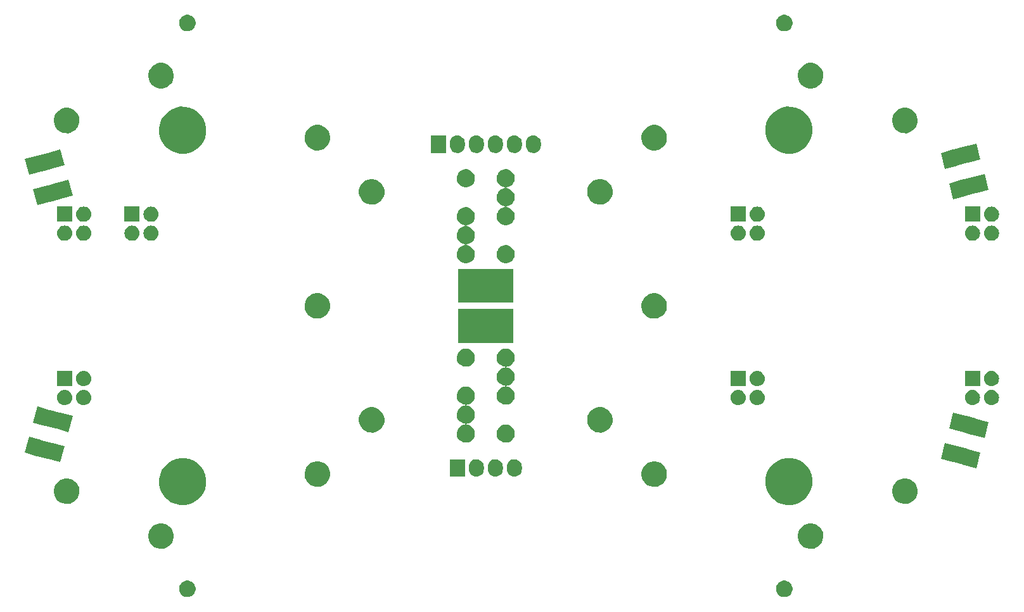
<source format=gbs>
G04 #@! TF.FileFunction,Soldermask,Bot*
%FSLAX46Y46*%
G04 Gerber Fmt 4.6, Leading zero omitted, Abs format (unit mm)*
G04 Created by KiCad (PCBNEW (2015-05-01 BZR 5636)-product) date Thu 04 Jun 2015 08:42:48 AM PDT*
%MOMM*%
G01*
G04 APERTURE LIST*
%ADD10C,0.100000*%
G04 APERTURE END LIST*
D10*
G36*
X83710638Y-71201664D02*
X82093871Y-71634875D01*
X82093867Y-71634876D01*
X82093865Y-71634878D01*
X82063928Y-71642899D01*
X82020267Y-71654597D01*
X82020268Y-71654598D01*
X81990324Y-71662621D01*
X80693280Y-72010163D01*
X80663336Y-72018187D01*
X80663335Y-72018186D01*
X80619676Y-72029885D01*
X80589741Y-72037907D01*
X80589735Y-72037907D01*
X80589731Y-72037908D01*
X78972966Y-72471120D01*
X78402322Y-70341447D01*
X80049032Y-69900212D01*
X80122636Y-69880490D01*
X81419680Y-69532948D01*
X83139994Y-69071991D01*
X83710638Y-71201664D01*
X83710638Y-71201664D01*
G37*
G36*
X83710638Y-108798336D02*
X83139994Y-110928009D01*
X81523228Y-110494797D01*
X81493284Y-110486774D01*
X81493284Y-110486773D01*
X81449624Y-110475075D01*
X81419683Y-110467053D01*
X81419681Y-110467051D01*
X81419680Y-110467051D01*
X80122636Y-110119509D01*
X80122633Y-110119508D01*
X80122626Y-110119508D01*
X80049032Y-110099788D01*
X80019088Y-110091765D01*
X78402322Y-109658554D01*
X78402322Y-109658553D01*
X78972966Y-107528880D01*
X80589731Y-107962091D01*
X80589733Y-107962091D01*
X80663336Y-107981813D01*
X82020268Y-108345402D01*
X82093872Y-108365124D01*
X83710638Y-108798336D01*
X83710638Y-108798336D01*
G37*
G36*
X84746000Y-78746000D02*
X82714000Y-78746000D01*
X82714000Y-76714000D01*
X84746000Y-76714000D01*
X84746000Y-78746000D01*
X84746000Y-78746000D01*
G37*
G36*
X84746000Y-80275043D02*
X84745924Y-80286009D01*
X84745922Y-80286022D01*
X84745901Y-80289102D01*
X84723798Y-80486154D01*
X84663842Y-80675161D01*
X84568315Y-80848922D01*
X84440858Y-81000820D01*
X84286324Y-81125069D01*
X84110600Y-81216935D01*
X83920379Y-81272920D01*
X83920325Y-81272924D01*
X83920308Y-81272930D01*
X83722914Y-81290894D01*
X83525775Y-81270175D01*
X83525757Y-81270169D01*
X83525705Y-81270164D01*
X83336284Y-81211529D01*
X83161860Y-81117218D01*
X83009076Y-80990824D01*
X82883752Y-80837162D01*
X82790661Y-80662084D01*
X82733350Y-80472258D01*
X82714000Y-80274916D01*
X82714000Y-80271561D01*
X82714000Y-80265084D01*
X82714000Y-80264957D01*
X82714076Y-80253991D01*
X82714077Y-80253977D01*
X82714099Y-80250898D01*
X82736202Y-80053846D01*
X82796158Y-79864839D01*
X82891685Y-79691078D01*
X83019142Y-79539180D01*
X83173676Y-79414931D01*
X83349400Y-79323065D01*
X83539621Y-79267080D01*
X83539674Y-79267075D01*
X83539692Y-79267070D01*
X83737086Y-79249106D01*
X83934225Y-79269825D01*
X83934242Y-79269830D01*
X83934295Y-79269836D01*
X84123716Y-79328471D01*
X84298140Y-79422782D01*
X84450924Y-79549176D01*
X84576248Y-79702838D01*
X84669339Y-79877916D01*
X84726650Y-80067742D01*
X84746000Y-80265084D01*
X84746000Y-80268439D01*
X84746000Y-80274916D01*
X84746000Y-80275043D01*
X84746000Y-80275043D01*
G37*
G36*
X84746000Y-100746000D02*
X82714000Y-100746000D01*
X82714000Y-98714000D01*
X84746000Y-98714000D01*
X84746000Y-100746000D01*
X84746000Y-100746000D01*
G37*
G36*
X84746000Y-102275043D02*
X84745924Y-102286009D01*
X84745922Y-102286022D01*
X84745901Y-102289102D01*
X84723798Y-102486154D01*
X84663842Y-102675161D01*
X84568315Y-102848922D01*
X84440858Y-103000820D01*
X84286324Y-103125069D01*
X84110600Y-103216935D01*
X83920379Y-103272920D01*
X83920325Y-103272924D01*
X83920308Y-103272930D01*
X83722914Y-103290894D01*
X83525775Y-103270175D01*
X83525757Y-103270169D01*
X83525705Y-103270164D01*
X83336284Y-103211529D01*
X83161860Y-103117218D01*
X83009076Y-102990824D01*
X82883752Y-102837162D01*
X82790661Y-102662084D01*
X82733350Y-102472258D01*
X82714000Y-102274916D01*
X82714000Y-102271561D01*
X82714000Y-102265084D01*
X82714000Y-102264957D01*
X82714076Y-102253991D01*
X82714077Y-102253977D01*
X82714099Y-102250898D01*
X82736202Y-102053846D01*
X82796158Y-101864839D01*
X82891685Y-101691078D01*
X83019142Y-101539180D01*
X83173676Y-101414931D01*
X83349400Y-101323065D01*
X83539621Y-101267080D01*
X83539674Y-101267075D01*
X83539692Y-101267070D01*
X83737086Y-101249106D01*
X83934225Y-101269825D01*
X83934242Y-101269830D01*
X83934295Y-101269836D01*
X84123716Y-101328471D01*
X84298140Y-101422782D01*
X84450924Y-101549176D01*
X84576248Y-101702838D01*
X84669339Y-101877916D01*
X84726650Y-102067742D01*
X84746000Y-102265084D01*
X84746000Y-102268439D01*
X84746000Y-102274916D01*
X84746000Y-102275043D01*
X84746000Y-102275043D01*
G37*
G36*
X84797678Y-75258553D02*
X83180912Y-75691764D01*
X83150968Y-75699788D01*
X83150967Y-75699787D01*
X83107308Y-75711486D01*
X83077373Y-75719508D01*
X83077367Y-75719508D01*
X83077363Y-75719509D01*
X81780319Y-76067051D01*
X81780315Y-76067052D01*
X81780313Y-76067054D01*
X81750376Y-76075075D01*
X81706715Y-76086773D01*
X81706716Y-76086774D01*
X81676772Y-76094797D01*
X80060006Y-76528009D01*
X79489362Y-74398336D01*
X81106128Y-73965124D01*
X81858198Y-73763607D01*
X82536664Y-73581813D01*
X82610268Y-73562091D01*
X84227034Y-73128880D01*
X84797678Y-75258553D01*
X84797678Y-75258553D01*
G37*
G36*
X84797678Y-104741447D02*
X84227034Y-106871120D01*
X82610268Y-106437908D01*
X82610265Y-106437907D01*
X82610258Y-106437907D01*
X82536664Y-106418187D01*
X82506720Y-106410164D01*
X81209676Y-106062622D01*
X81179732Y-106054598D01*
X81106135Y-106034879D01*
X81106129Y-106034875D01*
X81106128Y-106034875D01*
X79489362Y-105601664D01*
X80060006Y-103471991D01*
X81706716Y-103913226D01*
X81780320Y-103932948D01*
X83077363Y-104280490D01*
X83077365Y-104280490D01*
X83150968Y-104300212D01*
X84797678Y-104741447D01*
X84797678Y-104741447D01*
G37*
G36*
X85702473Y-65033071D02*
X85697148Y-65414400D01*
X85697032Y-65414909D01*
X85697032Y-65414928D01*
X85623186Y-65739962D01*
X85487394Y-66044958D01*
X85294948Y-66317766D01*
X85053176Y-66548003D01*
X84771289Y-66726894D01*
X84460023Y-66847626D01*
X84131239Y-66905600D01*
X83797453Y-66898607D01*
X83471386Y-66826917D01*
X83165447Y-66693256D01*
X82891300Y-66502719D01*
X82659380Y-66262559D01*
X82478529Y-65981931D01*
X82355626Y-65671516D01*
X82295359Y-65343147D01*
X82300021Y-65009315D01*
X82369434Y-64682752D01*
X82500952Y-64375896D01*
X82689576Y-64100419D01*
X82928108Y-63866832D01*
X83207467Y-63684024D01*
X83517015Y-63558958D01*
X83844959Y-63496399D01*
X84178808Y-63498731D01*
X84505851Y-63565863D01*
X84813622Y-63695238D01*
X85090405Y-63881930D01*
X85325650Y-64118823D01*
X85510407Y-64396905D01*
X85637629Y-64705568D01*
X85702371Y-65032543D01*
X85702370Y-65032555D01*
X85702473Y-65033071D01*
X85702473Y-65033071D01*
G37*
G36*
X85702473Y-114633071D02*
X85697148Y-115014400D01*
X85697032Y-115014909D01*
X85697032Y-115014928D01*
X85623186Y-115339962D01*
X85487394Y-115644958D01*
X85294948Y-115917766D01*
X85053176Y-116148003D01*
X84771289Y-116326894D01*
X84460023Y-116447626D01*
X84131239Y-116505600D01*
X83797453Y-116498607D01*
X83471386Y-116426917D01*
X83165447Y-116293256D01*
X82891300Y-116102719D01*
X82659380Y-115862559D01*
X82478529Y-115581931D01*
X82355626Y-115271516D01*
X82295359Y-114943147D01*
X82300021Y-114609315D01*
X82369434Y-114282752D01*
X82500952Y-113975896D01*
X82689576Y-113700419D01*
X82928108Y-113466832D01*
X83207467Y-113284024D01*
X83517015Y-113158958D01*
X83844959Y-113096399D01*
X84178808Y-113098731D01*
X84505851Y-113165863D01*
X84813622Y-113295238D01*
X85090405Y-113481930D01*
X85325650Y-113718823D01*
X85510407Y-113996905D01*
X85637629Y-114305568D01*
X85702371Y-114632543D01*
X85702370Y-114632555D01*
X85702473Y-114633071D01*
X85702473Y-114633071D01*
G37*
G36*
X87286000Y-77735043D02*
X87285924Y-77746009D01*
X87285922Y-77746022D01*
X87285901Y-77749102D01*
X87263798Y-77946154D01*
X87203842Y-78135161D01*
X87108315Y-78308922D01*
X86980858Y-78460820D01*
X86826324Y-78585069D01*
X86650600Y-78676935D01*
X86460379Y-78732920D01*
X86460325Y-78732924D01*
X86460308Y-78732930D01*
X86262914Y-78750894D01*
X86065775Y-78730175D01*
X86065757Y-78730169D01*
X86065705Y-78730164D01*
X85876284Y-78671529D01*
X85701860Y-78577218D01*
X85549076Y-78450824D01*
X85423752Y-78297162D01*
X85330661Y-78122084D01*
X85273350Y-77932258D01*
X85254000Y-77734916D01*
X85254000Y-77731561D01*
X85254000Y-77725084D01*
X85254000Y-77724957D01*
X85254076Y-77713991D01*
X85254077Y-77713977D01*
X85254099Y-77710898D01*
X85276202Y-77513846D01*
X85336158Y-77324839D01*
X85431685Y-77151078D01*
X85559142Y-76999180D01*
X85713676Y-76874931D01*
X85889400Y-76783065D01*
X86079621Y-76727080D01*
X86079674Y-76727075D01*
X86079692Y-76727070D01*
X86277086Y-76709106D01*
X86474225Y-76729825D01*
X86474242Y-76729830D01*
X86474295Y-76729836D01*
X86663716Y-76788471D01*
X86838140Y-76882782D01*
X86990924Y-77009176D01*
X87116248Y-77162838D01*
X87209339Y-77337916D01*
X87266650Y-77527742D01*
X87286000Y-77725084D01*
X87286000Y-77728439D01*
X87286000Y-77734916D01*
X87286000Y-77735043D01*
X87286000Y-77735043D01*
G37*
G36*
X87286000Y-80275043D02*
X87285924Y-80286009D01*
X87285922Y-80286022D01*
X87285901Y-80289102D01*
X87263798Y-80486154D01*
X87203842Y-80675161D01*
X87108315Y-80848922D01*
X86980858Y-81000820D01*
X86826324Y-81125069D01*
X86650600Y-81216935D01*
X86460379Y-81272920D01*
X86460325Y-81272924D01*
X86460308Y-81272930D01*
X86262914Y-81290894D01*
X86065775Y-81270175D01*
X86065757Y-81270169D01*
X86065705Y-81270164D01*
X85876284Y-81211529D01*
X85701860Y-81117218D01*
X85549076Y-80990824D01*
X85423752Y-80837162D01*
X85330661Y-80662084D01*
X85273350Y-80472258D01*
X85254000Y-80274916D01*
X85254000Y-80271561D01*
X85254000Y-80265084D01*
X85254000Y-80264957D01*
X85254076Y-80253991D01*
X85254077Y-80253977D01*
X85254099Y-80250898D01*
X85276202Y-80053846D01*
X85336158Y-79864839D01*
X85431685Y-79691078D01*
X85559142Y-79539180D01*
X85713676Y-79414931D01*
X85889400Y-79323065D01*
X86079621Y-79267080D01*
X86079674Y-79267075D01*
X86079692Y-79267070D01*
X86277086Y-79249106D01*
X86474225Y-79269825D01*
X86474242Y-79269830D01*
X86474295Y-79269836D01*
X86663716Y-79328471D01*
X86838140Y-79422782D01*
X86990924Y-79549176D01*
X87116248Y-79702838D01*
X87209339Y-79877916D01*
X87266650Y-80067742D01*
X87286000Y-80265084D01*
X87286000Y-80268439D01*
X87286000Y-80274916D01*
X87286000Y-80275043D01*
X87286000Y-80275043D01*
G37*
G36*
X87286000Y-99735043D02*
X87285924Y-99746009D01*
X87285922Y-99746022D01*
X87285901Y-99749102D01*
X87263798Y-99946154D01*
X87203842Y-100135161D01*
X87108315Y-100308922D01*
X86980858Y-100460820D01*
X86826324Y-100585069D01*
X86650600Y-100676935D01*
X86460379Y-100732920D01*
X86460325Y-100732924D01*
X86460308Y-100732930D01*
X86262914Y-100750894D01*
X86065775Y-100730175D01*
X86065757Y-100730169D01*
X86065705Y-100730164D01*
X85876284Y-100671529D01*
X85701860Y-100577218D01*
X85549076Y-100450824D01*
X85423752Y-100297162D01*
X85330661Y-100122084D01*
X85273350Y-99932258D01*
X85254000Y-99734916D01*
X85254000Y-99731561D01*
X85254000Y-99725084D01*
X85254000Y-99724957D01*
X85254076Y-99713991D01*
X85254077Y-99713977D01*
X85254099Y-99710898D01*
X85276202Y-99513846D01*
X85336158Y-99324839D01*
X85431685Y-99151078D01*
X85559142Y-98999180D01*
X85713676Y-98874931D01*
X85889400Y-98783065D01*
X86079621Y-98727080D01*
X86079674Y-98727075D01*
X86079692Y-98727070D01*
X86277086Y-98709106D01*
X86474225Y-98729825D01*
X86474242Y-98729830D01*
X86474295Y-98729836D01*
X86663716Y-98788471D01*
X86838140Y-98882782D01*
X86990924Y-99009176D01*
X87116248Y-99162838D01*
X87209339Y-99337916D01*
X87266650Y-99527742D01*
X87286000Y-99725084D01*
X87286000Y-99728439D01*
X87286000Y-99734916D01*
X87286000Y-99735043D01*
X87286000Y-99735043D01*
G37*
G36*
X87286000Y-102275043D02*
X87285924Y-102286009D01*
X87285922Y-102286022D01*
X87285901Y-102289102D01*
X87263798Y-102486154D01*
X87203842Y-102675161D01*
X87108315Y-102848922D01*
X86980858Y-103000820D01*
X86826324Y-103125069D01*
X86650600Y-103216935D01*
X86460379Y-103272920D01*
X86460325Y-103272924D01*
X86460308Y-103272930D01*
X86262914Y-103290894D01*
X86065775Y-103270175D01*
X86065757Y-103270169D01*
X86065705Y-103270164D01*
X85876284Y-103211529D01*
X85701860Y-103117218D01*
X85549076Y-102990824D01*
X85423752Y-102837162D01*
X85330661Y-102662084D01*
X85273350Y-102472258D01*
X85254000Y-102274916D01*
X85254000Y-102271561D01*
X85254000Y-102265084D01*
X85254000Y-102264957D01*
X85254076Y-102253991D01*
X85254077Y-102253977D01*
X85254099Y-102250898D01*
X85276202Y-102053846D01*
X85336158Y-101864839D01*
X85431685Y-101691078D01*
X85559142Y-101539180D01*
X85713676Y-101414931D01*
X85889400Y-101323065D01*
X86079621Y-101267080D01*
X86079674Y-101267075D01*
X86079692Y-101267070D01*
X86277086Y-101249106D01*
X86474225Y-101269825D01*
X86474242Y-101269830D01*
X86474295Y-101269836D01*
X86663716Y-101328471D01*
X86838140Y-101422782D01*
X86990924Y-101549176D01*
X87116248Y-101702838D01*
X87209339Y-101877916D01*
X87266650Y-102067742D01*
X87286000Y-102265084D01*
X87286000Y-102268439D01*
X87286000Y-102274916D01*
X87286000Y-102275043D01*
X87286000Y-102275043D01*
G37*
G36*
X93746000Y-78746000D02*
X91714000Y-78746000D01*
X91714000Y-76714000D01*
X93746000Y-76714000D01*
X93746000Y-78746000D01*
X93746000Y-78746000D01*
G37*
G36*
X93746000Y-80275043D02*
X93745924Y-80286009D01*
X93745922Y-80286022D01*
X93745901Y-80289102D01*
X93723798Y-80486154D01*
X93663842Y-80675161D01*
X93568315Y-80848922D01*
X93440858Y-81000820D01*
X93286324Y-81125069D01*
X93110600Y-81216935D01*
X92920379Y-81272920D01*
X92920325Y-81272924D01*
X92920308Y-81272930D01*
X92722914Y-81290894D01*
X92525775Y-81270175D01*
X92525757Y-81270169D01*
X92525705Y-81270164D01*
X92336284Y-81211529D01*
X92161860Y-81117218D01*
X92009076Y-80990824D01*
X91883752Y-80837162D01*
X91790661Y-80662084D01*
X91733350Y-80472258D01*
X91714000Y-80274916D01*
X91714000Y-80271561D01*
X91714000Y-80265084D01*
X91714000Y-80264957D01*
X91714076Y-80253991D01*
X91714077Y-80253977D01*
X91714099Y-80250898D01*
X91736202Y-80053846D01*
X91796158Y-79864839D01*
X91891685Y-79691078D01*
X92019142Y-79539180D01*
X92173676Y-79414931D01*
X92349400Y-79323065D01*
X92539621Y-79267080D01*
X92539674Y-79267075D01*
X92539692Y-79267070D01*
X92737086Y-79249106D01*
X92934225Y-79269825D01*
X92934242Y-79269830D01*
X92934295Y-79269836D01*
X93123716Y-79328471D01*
X93298140Y-79422782D01*
X93450924Y-79549176D01*
X93576248Y-79702838D01*
X93669339Y-79877916D01*
X93726650Y-80067742D01*
X93746000Y-80265084D01*
X93746000Y-80268439D01*
X93746000Y-80274916D01*
X93746000Y-80275043D01*
X93746000Y-80275043D01*
G37*
G36*
X96286000Y-77735043D02*
X96285924Y-77746009D01*
X96285922Y-77746022D01*
X96285901Y-77749102D01*
X96263798Y-77946154D01*
X96203842Y-78135161D01*
X96108315Y-78308922D01*
X95980858Y-78460820D01*
X95826324Y-78585069D01*
X95650600Y-78676935D01*
X95460379Y-78732920D01*
X95460325Y-78732924D01*
X95460308Y-78732930D01*
X95262914Y-78750894D01*
X95065775Y-78730175D01*
X95065757Y-78730169D01*
X95065705Y-78730164D01*
X94876284Y-78671529D01*
X94701860Y-78577218D01*
X94549076Y-78450824D01*
X94423752Y-78297162D01*
X94330661Y-78122084D01*
X94273350Y-77932258D01*
X94254000Y-77734916D01*
X94254000Y-77731561D01*
X94254000Y-77725084D01*
X94254000Y-77724957D01*
X94254076Y-77713991D01*
X94254077Y-77713977D01*
X94254099Y-77710898D01*
X94276202Y-77513846D01*
X94336158Y-77324839D01*
X94431685Y-77151078D01*
X94559142Y-76999180D01*
X94713676Y-76874931D01*
X94889400Y-76783065D01*
X95079621Y-76727080D01*
X95079674Y-76727075D01*
X95079692Y-76727070D01*
X95277086Y-76709106D01*
X95474225Y-76729825D01*
X95474242Y-76729830D01*
X95474295Y-76729836D01*
X95663716Y-76788471D01*
X95838140Y-76882782D01*
X95990924Y-77009176D01*
X96116248Y-77162838D01*
X96209339Y-77337916D01*
X96266650Y-77527742D01*
X96286000Y-77725084D01*
X96286000Y-77728439D01*
X96286000Y-77734916D01*
X96286000Y-77735043D01*
X96286000Y-77735043D01*
G37*
G36*
X96286000Y-80275043D02*
X96285924Y-80286009D01*
X96285922Y-80286022D01*
X96285901Y-80289102D01*
X96263798Y-80486154D01*
X96203842Y-80675161D01*
X96108315Y-80848922D01*
X95980858Y-81000820D01*
X95826324Y-81125069D01*
X95650600Y-81216935D01*
X95460379Y-81272920D01*
X95460325Y-81272924D01*
X95460308Y-81272930D01*
X95262914Y-81290894D01*
X95065775Y-81270175D01*
X95065757Y-81270169D01*
X95065705Y-81270164D01*
X94876284Y-81211529D01*
X94701860Y-81117218D01*
X94549076Y-80990824D01*
X94423752Y-80837162D01*
X94330661Y-80662084D01*
X94273350Y-80472258D01*
X94254000Y-80274916D01*
X94254000Y-80271561D01*
X94254000Y-80265084D01*
X94254000Y-80264957D01*
X94254076Y-80253991D01*
X94254077Y-80253977D01*
X94254099Y-80250898D01*
X94276202Y-80053846D01*
X94336158Y-79864839D01*
X94431685Y-79691078D01*
X94559142Y-79539180D01*
X94713676Y-79414931D01*
X94889400Y-79323065D01*
X95079621Y-79267080D01*
X95079674Y-79267075D01*
X95079692Y-79267070D01*
X95277086Y-79249106D01*
X95474225Y-79269825D01*
X95474242Y-79269830D01*
X95474295Y-79269836D01*
X95663716Y-79328471D01*
X95838140Y-79422782D01*
X95990924Y-79549176D01*
X96116248Y-79702838D01*
X96209339Y-79877916D01*
X96266650Y-80067742D01*
X96286000Y-80265084D01*
X96286000Y-80268439D01*
X96286000Y-80274916D01*
X96286000Y-80275043D01*
X96286000Y-80275043D01*
G37*
G36*
X98302473Y-59033071D02*
X98297148Y-59414400D01*
X98297032Y-59414909D01*
X98297032Y-59414928D01*
X98223186Y-59739962D01*
X98087394Y-60044958D01*
X97894948Y-60317766D01*
X97653176Y-60548003D01*
X97371289Y-60726894D01*
X97060023Y-60847626D01*
X96731239Y-60905600D01*
X96397453Y-60898607D01*
X96071386Y-60826917D01*
X95765447Y-60693256D01*
X95491300Y-60502719D01*
X95259380Y-60262559D01*
X95078529Y-59981931D01*
X94955626Y-59671516D01*
X94895359Y-59343147D01*
X94900021Y-59009315D01*
X94969434Y-58682752D01*
X95100952Y-58375896D01*
X95289576Y-58100419D01*
X95528108Y-57866832D01*
X95807467Y-57684024D01*
X96117015Y-57558958D01*
X96444959Y-57496399D01*
X96778808Y-57498731D01*
X97105851Y-57565863D01*
X97413622Y-57695238D01*
X97690405Y-57881930D01*
X97925650Y-58118823D01*
X98110407Y-58396905D01*
X98237629Y-58705568D01*
X98302371Y-59032543D01*
X98302370Y-59032555D01*
X98302473Y-59033071D01*
X98302473Y-59033071D01*
G37*
G36*
X98302473Y-120633071D02*
X98297148Y-121014400D01*
X98297032Y-121014909D01*
X98297032Y-121014928D01*
X98223186Y-121339962D01*
X98087394Y-121644958D01*
X97894948Y-121917766D01*
X97653176Y-122148003D01*
X97371289Y-122326894D01*
X97060023Y-122447626D01*
X96731239Y-122505600D01*
X96397453Y-122498607D01*
X96071386Y-122426917D01*
X95765447Y-122293256D01*
X95491300Y-122102719D01*
X95259380Y-121862559D01*
X95078529Y-121581931D01*
X94955626Y-121271516D01*
X94895359Y-120943147D01*
X94900021Y-120609315D01*
X94969434Y-120282752D01*
X95100952Y-119975896D01*
X95289576Y-119700419D01*
X95528108Y-119466832D01*
X95807467Y-119284024D01*
X96117015Y-119158958D01*
X96444959Y-119096399D01*
X96778808Y-119098731D01*
X97105851Y-119165863D01*
X97413622Y-119295238D01*
X97690405Y-119481930D01*
X97925650Y-119718823D01*
X98110407Y-119996905D01*
X98237629Y-120305568D01*
X98302371Y-120632543D01*
X98302370Y-120632555D01*
X98302473Y-120633071D01*
X98302473Y-120633071D01*
G37*
G36*
X101220047Y-52042139D02*
X101216606Y-52288534D01*
X101216490Y-52289043D01*
X101216490Y-52289062D01*
X101168817Y-52498895D01*
X101081076Y-52695963D01*
X100956725Y-52872244D01*
X100800507Y-53021008D01*
X100618366Y-53136598D01*
X100417242Y-53214609D01*
X100204800Y-53252069D01*
X99989124Y-53247550D01*
X99778437Y-53201228D01*
X99580756Y-53114863D01*
X99403618Y-52991749D01*
X99253762Y-52836569D01*
X99136906Y-52655243D01*
X99057492Y-52454668D01*
X99018551Y-52242495D01*
X99021564Y-52026790D01*
X99066415Y-51815781D01*
X99151395Y-51617507D01*
X99273272Y-51439510D01*
X99427398Y-51288579D01*
X99607911Y-51170455D01*
X99807920Y-51089645D01*
X100019820Y-51049223D01*
X100235535Y-51050730D01*
X100446855Y-51094107D01*
X100645720Y-51177702D01*
X100824563Y-51298333D01*
X100976565Y-51451400D01*
X101095947Y-51631084D01*
X101178148Y-51830521D01*
X101219945Y-52041612D01*
X101219944Y-52041623D01*
X101220047Y-52042139D01*
X101220047Y-52042139D01*
G37*
G36*
X101220047Y-127742139D02*
X101216606Y-127988534D01*
X101216490Y-127989043D01*
X101216490Y-127989062D01*
X101168817Y-128198895D01*
X101081076Y-128395963D01*
X100956725Y-128572244D01*
X100800507Y-128721008D01*
X100618366Y-128836598D01*
X100417242Y-128914609D01*
X100204800Y-128952069D01*
X99989124Y-128947550D01*
X99778437Y-128901228D01*
X99580756Y-128814863D01*
X99403618Y-128691749D01*
X99253762Y-128536569D01*
X99136906Y-128355243D01*
X99057492Y-128154668D01*
X99018551Y-127942495D01*
X99021564Y-127726790D01*
X99066415Y-127515781D01*
X99151395Y-127317507D01*
X99273272Y-127139510D01*
X99427398Y-126988579D01*
X99607911Y-126870455D01*
X99807920Y-126789645D01*
X100019820Y-126749223D01*
X100235535Y-126750730D01*
X100446855Y-126794107D01*
X100645720Y-126877702D01*
X100824563Y-126998333D01*
X100976565Y-127151400D01*
X101095947Y-127331084D01*
X101178148Y-127530521D01*
X101219945Y-127741612D01*
X101219944Y-127741623D01*
X101220047Y-127742139D01*
X101220047Y-127742139D01*
G37*
G36*
X102652535Y-66190891D02*
X102642675Y-66897012D01*
X102642559Y-66897521D01*
X102642559Y-66897541D01*
X102505713Y-67499868D01*
X102254262Y-68064639D01*
X101897902Y-68569810D01*
X101450205Y-68996147D01*
X100928225Y-69327406D01*
X100351844Y-69550969D01*
X99743020Y-69658321D01*
X99124936Y-69645374D01*
X98521143Y-69512621D01*
X97954628Y-69265117D01*
X97446979Y-68912292D01*
X97017526Y-68467581D01*
X96682635Y-67947930D01*
X96455053Y-67373124D01*
X96343453Y-66765066D01*
X96352085Y-66146903D01*
X96480620Y-65542194D01*
X96724161Y-64973971D01*
X97073435Y-64463869D01*
X97515136Y-64031324D01*
X98032437Y-63692811D01*
X98605639Y-63461222D01*
X99212906Y-63345380D01*
X99831108Y-63349696D01*
X100436703Y-63474007D01*
X101006613Y-63713575D01*
X101519144Y-64059282D01*
X101954757Y-64497947D01*
X102296876Y-65012877D01*
X102532459Y-65584444D01*
X102652434Y-66190363D01*
X102652433Y-66190379D01*
X102652535Y-66190891D01*
X102652535Y-66190891D01*
G37*
G36*
X102652535Y-113190891D02*
X102642675Y-113897012D01*
X102642559Y-113897521D01*
X102642559Y-113897541D01*
X102505713Y-114499868D01*
X102254262Y-115064639D01*
X101897902Y-115569810D01*
X101450205Y-115996147D01*
X100928225Y-116327406D01*
X100351844Y-116550969D01*
X99743020Y-116658321D01*
X99124936Y-116645374D01*
X98521143Y-116512621D01*
X97954628Y-116265117D01*
X97446979Y-115912292D01*
X97017526Y-115467581D01*
X96682635Y-114947930D01*
X96455053Y-114373124D01*
X96343453Y-113765066D01*
X96352085Y-113146903D01*
X96480620Y-112542194D01*
X96724161Y-111973971D01*
X97073435Y-111463869D01*
X97515136Y-111031324D01*
X98032437Y-110692811D01*
X98605639Y-110461222D01*
X99212906Y-110345380D01*
X99831108Y-110349696D01*
X100436703Y-110474007D01*
X101006613Y-110713575D01*
X101519144Y-111059282D01*
X101954757Y-111497947D01*
X102296876Y-112012877D01*
X102532459Y-112584444D01*
X102652434Y-113190363D01*
X102652433Y-113190379D01*
X102652535Y-113190891D01*
X102652535Y-113190891D01*
G37*
G36*
X119202473Y-67333071D02*
X119197148Y-67714400D01*
X119197032Y-67714909D01*
X119197032Y-67714928D01*
X119123186Y-68039962D01*
X118987394Y-68344958D01*
X118794948Y-68617766D01*
X118553176Y-68848003D01*
X118271289Y-69026894D01*
X117960023Y-69147626D01*
X117631239Y-69205600D01*
X117297453Y-69198607D01*
X116971386Y-69126917D01*
X116665447Y-68993256D01*
X116391300Y-68802719D01*
X116159380Y-68562559D01*
X115978529Y-68281931D01*
X115855626Y-67971516D01*
X115795359Y-67643147D01*
X115800021Y-67309315D01*
X115869434Y-66982752D01*
X116000952Y-66675896D01*
X116189576Y-66400419D01*
X116428108Y-66166832D01*
X116707467Y-65984024D01*
X117017015Y-65858958D01*
X117344959Y-65796399D01*
X117678808Y-65798731D01*
X118005851Y-65865863D01*
X118313622Y-65995238D01*
X118590405Y-66181930D01*
X118825650Y-66418823D01*
X119010407Y-66696905D01*
X119137629Y-67005568D01*
X119202371Y-67332543D01*
X119202370Y-67332555D01*
X119202473Y-67333071D01*
X119202473Y-67333071D01*
G37*
G36*
X119202473Y-89833071D02*
X119197148Y-90214400D01*
X119197032Y-90214909D01*
X119197032Y-90214928D01*
X119123186Y-90539962D01*
X118987394Y-90844958D01*
X118794948Y-91117766D01*
X118553176Y-91348003D01*
X118271289Y-91526894D01*
X117960023Y-91647626D01*
X117631239Y-91705600D01*
X117297453Y-91698607D01*
X116971386Y-91626917D01*
X116665447Y-91493256D01*
X116391300Y-91302719D01*
X116159380Y-91062559D01*
X115978529Y-90781931D01*
X115855626Y-90471516D01*
X115795359Y-90143147D01*
X115800021Y-89809315D01*
X115869434Y-89482752D01*
X116000952Y-89175896D01*
X116189576Y-88900419D01*
X116428108Y-88666832D01*
X116707467Y-88484024D01*
X117017015Y-88358958D01*
X117344959Y-88296399D01*
X117678808Y-88298731D01*
X118005851Y-88365863D01*
X118313622Y-88495238D01*
X118590405Y-88681930D01*
X118825650Y-88918823D01*
X119010407Y-89196905D01*
X119137629Y-89505568D01*
X119202371Y-89832543D01*
X119202370Y-89832555D01*
X119202473Y-89833071D01*
X119202473Y-89833071D01*
G37*
G36*
X119202473Y-112333071D02*
X119197148Y-112714400D01*
X119197032Y-112714909D01*
X119197032Y-112714928D01*
X119123186Y-113039962D01*
X118987394Y-113344958D01*
X118794948Y-113617766D01*
X118553176Y-113848003D01*
X118271289Y-114026894D01*
X117960023Y-114147626D01*
X117631239Y-114205600D01*
X117297453Y-114198607D01*
X116971386Y-114126917D01*
X116665447Y-113993256D01*
X116391300Y-113802719D01*
X116159380Y-113562559D01*
X115978529Y-113281931D01*
X115855626Y-112971516D01*
X115795359Y-112643147D01*
X115800021Y-112309315D01*
X115869434Y-111982752D01*
X116000952Y-111675896D01*
X116189576Y-111400419D01*
X116428108Y-111166832D01*
X116707467Y-110984024D01*
X117017015Y-110858958D01*
X117344959Y-110796399D01*
X117678808Y-110798731D01*
X118005851Y-110865863D01*
X118313622Y-110995238D01*
X118590405Y-111181930D01*
X118825650Y-111418823D01*
X119010407Y-111696905D01*
X119137629Y-112005568D01*
X119202371Y-112332543D01*
X119202370Y-112332555D01*
X119202473Y-112333071D01*
X119202473Y-112333071D01*
G37*
G36*
X126452473Y-74583071D02*
X126447148Y-74964400D01*
X126447032Y-74964909D01*
X126447032Y-74964928D01*
X126373186Y-75289962D01*
X126237394Y-75594958D01*
X126044948Y-75867766D01*
X125803176Y-76098003D01*
X125521289Y-76276894D01*
X125210023Y-76397626D01*
X124881239Y-76455600D01*
X124547453Y-76448607D01*
X124221386Y-76376917D01*
X123915447Y-76243256D01*
X123641300Y-76052719D01*
X123409380Y-75812559D01*
X123228529Y-75531931D01*
X123105626Y-75221516D01*
X123045359Y-74893147D01*
X123050021Y-74559315D01*
X123119434Y-74232752D01*
X123250952Y-73925896D01*
X123439576Y-73650419D01*
X123678108Y-73416832D01*
X123957467Y-73234024D01*
X124267015Y-73108958D01*
X124594959Y-73046399D01*
X124928808Y-73048731D01*
X125255851Y-73115863D01*
X125563622Y-73245238D01*
X125840405Y-73431930D01*
X126075650Y-73668823D01*
X126260407Y-73946905D01*
X126387629Y-74255568D01*
X126452371Y-74582543D01*
X126452370Y-74582555D01*
X126452473Y-74583071D01*
X126452473Y-74583071D01*
G37*
G36*
X126452473Y-105083071D02*
X126447148Y-105464400D01*
X126447032Y-105464909D01*
X126447032Y-105464928D01*
X126373186Y-105789962D01*
X126237394Y-106094958D01*
X126044948Y-106367766D01*
X125803176Y-106598003D01*
X125521289Y-106776894D01*
X125210023Y-106897626D01*
X124881239Y-106955600D01*
X124547453Y-106948607D01*
X124221386Y-106876917D01*
X123915447Y-106743256D01*
X123641300Y-106552719D01*
X123409380Y-106312559D01*
X123228529Y-106031931D01*
X123105626Y-105721516D01*
X123045359Y-105393147D01*
X123050021Y-105059315D01*
X123119434Y-104732752D01*
X123250952Y-104425896D01*
X123439576Y-104150419D01*
X123678108Y-103916832D01*
X123957467Y-103734024D01*
X124267015Y-103608958D01*
X124594959Y-103546399D01*
X124928808Y-103548731D01*
X125255851Y-103615863D01*
X125563622Y-103745238D01*
X125840405Y-103931930D01*
X126075650Y-104168823D01*
X126260407Y-104446905D01*
X126387629Y-104755568D01*
X126452371Y-105082543D01*
X126452370Y-105082555D01*
X126452473Y-105083071D01*
X126452473Y-105083071D01*
G37*
G36*
X134666000Y-69540400D02*
X132634000Y-69540400D01*
X132634000Y-67203600D01*
X134666000Y-67203600D01*
X134666000Y-69540400D01*
X134666000Y-69540400D01*
G37*
G36*
X137206000Y-68530180D02*
X137205924Y-68541146D01*
X137205922Y-68541159D01*
X137205901Y-68544239D01*
X137183798Y-68741291D01*
X137123842Y-68930298D01*
X137028315Y-69104059D01*
X136900858Y-69255957D01*
X136746324Y-69380206D01*
X136570600Y-69472072D01*
X136380379Y-69528057D01*
X136380325Y-69528061D01*
X136380308Y-69528067D01*
X136182914Y-69546031D01*
X135985775Y-69525312D01*
X135985757Y-69525306D01*
X135985705Y-69525301D01*
X135796284Y-69466666D01*
X135621860Y-69372355D01*
X135469076Y-69245961D01*
X135343752Y-69092299D01*
X135250661Y-68917221D01*
X135193350Y-68727395D01*
X135174000Y-68530053D01*
X135174000Y-68526698D01*
X135174000Y-68213947D01*
X135174000Y-68213820D01*
X135174076Y-68202854D01*
X135174077Y-68202840D01*
X135174099Y-68199761D01*
X135196202Y-68002709D01*
X135256158Y-67813702D01*
X135351685Y-67639941D01*
X135479142Y-67488043D01*
X135633676Y-67363794D01*
X135809400Y-67271928D01*
X135999621Y-67215943D01*
X135999674Y-67215938D01*
X135999692Y-67215933D01*
X136197086Y-67197969D01*
X136394225Y-67218688D01*
X136394242Y-67218693D01*
X136394295Y-67218699D01*
X136583716Y-67277334D01*
X136758140Y-67371645D01*
X136910924Y-67498039D01*
X137036248Y-67651701D01*
X137129339Y-67826779D01*
X137186650Y-68016605D01*
X137206000Y-68213947D01*
X137206000Y-68217302D01*
X137206000Y-68530053D01*
X137206000Y-68530180D01*
X137206000Y-68530180D01*
G37*
G36*
X137206000Y-112848400D02*
X135174000Y-112848400D01*
X135174000Y-110511600D01*
X137206000Y-110511600D01*
X137206000Y-112848400D01*
X137206000Y-112848400D01*
G37*
G36*
X138537452Y-72802099D02*
X138533691Y-73071430D01*
X138533575Y-73071939D01*
X138533575Y-73071959D01*
X138481453Y-73301374D01*
X138385543Y-73516792D01*
X138249619Y-73709475D01*
X138078856Y-73872091D01*
X137879760Y-73998442D01*
X137659913Y-74083715D01*
X137427694Y-74124661D01*
X137191941Y-74119722D01*
X136961642Y-74069088D01*
X136745556Y-73974683D01*
X136551928Y-73840108D01*
X136388123Y-73670483D01*
X136260388Y-73472276D01*
X136173582Y-73253030D01*
X136131016Y-73021105D01*
X136134309Y-72785319D01*
X136183335Y-72554668D01*
X136276227Y-72337936D01*
X136409449Y-72143370D01*
X136577924Y-71978388D01*
X136775237Y-71849268D01*
X136993868Y-71760936D01*
X137225494Y-71716751D01*
X137461291Y-71718397D01*
X137692282Y-71765813D01*
X137909658Y-71857189D01*
X138105153Y-71989053D01*
X138271304Y-72156367D01*
X138401798Y-72352776D01*
X138491654Y-72570784D01*
X138537350Y-72801570D01*
X138537349Y-72801582D01*
X138537452Y-72802099D01*
X138537452Y-72802099D01*
G37*
G36*
X138537452Y-82962099D02*
X138533691Y-83231430D01*
X138533575Y-83231939D01*
X138533575Y-83231959D01*
X138481453Y-83461374D01*
X138385543Y-83676792D01*
X138249619Y-83869475D01*
X138078856Y-84032091D01*
X137879760Y-84158442D01*
X137659913Y-84243715D01*
X137427694Y-84284661D01*
X137191941Y-84279722D01*
X136961642Y-84229088D01*
X136745556Y-84134683D01*
X136551928Y-84000108D01*
X136388123Y-83830483D01*
X136260388Y-83632276D01*
X136173582Y-83413030D01*
X136131016Y-83181105D01*
X136134309Y-82945319D01*
X136183335Y-82714668D01*
X136276227Y-82497936D01*
X136409449Y-82303370D01*
X136577924Y-82138388D01*
X136775237Y-82009268D01*
X136993868Y-81920936D01*
X137176596Y-81886078D01*
X137204598Y-81874622D01*
X137225935Y-81853171D01*
X137237242Y-81825108D01*
X137236738Y-81794856D01*
X137224500Y-81767186D01*
X137202460Y-81746459D01*
X137178680Y-81736806D01*
X136961642Y-81689088D01*
X136745556Y-81594683D01*
X136551928Y-81460108D01*
X136388123Y-81290483D01*
X136260388Y-81092276D01*
X136173582Y-80873030D01*
X136131016Y-80641105D01*
X136134309Y-80405319D01*
X136183335Y-80174668D01*
X136276227Y-79957936D01*
X136409449Y-79763370D01*
X136577924Y-79598388D01*
X136775237Y-79469268D01*
X136993868Y-79380936D01*
X137176596Y-79346078D01*
X137204598Y-79334622D01*
X137225935Y-79313171D01*
X137237242Y-79285108D01*
X137236738Y-79254856D01*
X137224500Y-79227186D01*
X137202460Y-79206459D01*
X137178680Y-79196806D01*
X136961642Y-79149088D01*
X136745556Y-79054683D01*
X136551928Y-78920108D01*
X136388123Y-78750483D01*
X136260388Y-78552276D01*
X136173582Y-78333030D01*
X136131016Y-78101105D01*
X136134309Y-77865319D01*
X136183335Y-77634668D01*
X136276227Y-77417936D01*
X136409449Y-77223370D01*
X136577924Y-77058388D01*
X136775237Y-76929268D01*
X136993868Y-76840936D01*
X137225494Y-76796751D01*
X137461291Y-76798397D01*
X137692282Y-76845813D01*
X137909658Y-76937189D01*
X138105153Y-77069053D01*
X138271304Y-77236367D01*
X138401798Y-77432776D01*
X138491654Y-77650784D01*
X138537350Y-77881570D01*
X138537349Y-77881582D01*
X138537452Y-77882099D01*
X138533691Y-78151430D01*
X138533575Y-78151939D01*
X138533575Y-78151959D01*
X138481453Y-78381374D01*
X138385543Y-78596792D01*
X138249619Y-78789475D01*
X138078856Y-78952091D01*
X137879760Y-79078442D01*
X137659913Y-79163715D01*
X137488689Y-79193905D01*
X137460529Y-79204969D01*
X137438894Y-79226119D01*
X137427196Y-79254022D01*
X137427278Y-79284277D01*
X137439127Y-79312115D01*
X137460876Y-79333148D01*
X137486598Y-79343591D01*
X137692282Y-79385813D01*
X137909658Y-79477189D01*
X138105153Y-79609053D01*
X138271304Y-79776367D01*
X138401798Y-79972776D01*
X138491654Y-80190784D01*
X138537350Y-80421570D01*
X138537349Y-80421582D01*
X138537452Y-80422099D01*
X138533691Y-80691430D01*
X138533575Y-80691939D01*
X138533575Y-80691959D01*
X138481453Y-80921374D01*
X138385543Y-81136792D01*
X138249619Y-81329475D01*
X138078856Y-81492091D01*
X137879760Y-81618442D01*
X137659913Y-81703715D01*
X137488689Y-81733905D01*
X137460529Y-81744969D01*
X137438894Y-81766119D01*
X137427196Y-81794022D01*
X137427278Y-81824277D01*
X137439127Y-81852115D01*
X137460876Y-81873148D01*
X137486598Y-81883591D01*
X137692282Y-81925813D01*
X137909658Y-82017189D01*
X138105153Y-82149053D01*
X138271304Y-82316367D01*
X138401798Y-82512776D01*
X138491654Y-82730784D01*
X138537350Y-82961570D01*
X138537349Y-82961582D01*
X138537452Y-82962099D01*
X138537452Y-82962099D01*
G37*
G36*
X138537452Y-96802099D02*
X138533691Y-97071430D01*
X138533575Y-97071939D01*
X138533575Y-97071959D01*
X138481453Y-97301374D01*
X138385543Y-97516792D01*
X138249619Y-97709475D01*
X138078856Y-97872091D01*
X137879760Y-97998442D01*
X137659913Y-98083715D01*
X137427694Y-98124661D01*
X137191941Y-98119722D01*
X136961642Y-98069088D01*
X136745556Y-97974683D01*
X136551928Y-97840108D01*
X136388123Y-97670483D01*
X136260388Y-97472276D01*
X136173582Y-97253030D01*
X136131016Y-97021105D01*
X136134309Y-96785319D01*
X136183335Y-96554668D01*
X136276227Y-96337936D01*
X136409449Y-96143370D01*
X136577924Y-95978388D01*
X136775237Y-95849268D01*
X136993868Y-95760936D01*
X137225494Y-95716751D01*
X137461291Y-95718397D01*
X137692282Y-95765813D01*
X137909658Y-95857189D01*
X138105153Y-95989053D01*
X138271304Y-96156367D01*
X138401798Y-96352776D01*
X138491654Y-96570784D01*
X138537350Y-96801570D01*
X138537349Y-96801582D01*
X138537452Y-96802099D01*
X138537452Y-96802099D01*
G37*
G36*
X138537452Y-106962099D02*
X138533691Y-107231430D01*
X138533575Y-107231939D01*
X138533575Y-107231959D01*
X138481453Y-107461374D01*
X138385543Y-107676792D01*
X138249619Y-107869475D01*
X138078856Y-108032091D01*
X137879760Y-108158442D01*
X137659913Y-108243715D01*
X137427694Y-108284661D01*
X137191941Y-108279722D01*
X136961642Y-108229088D01*
X136745556Y-108134683D01*
X136551928Y-108000108D01*
X136388123Y-107830483D01*
X136260388Y-107632276D01*
X136173582Y-107413030D01*
X136131016Y-107181105D01*
X136134309Y-106945319D01*
X136183335Y-106714668D01*
X136276227Y-106497936D01*
X136409449Y-106303370D01*
X136577924Y-106138388D01*
X136775237Y-106009268D01*
X136993868Y-105920936D01*
X137176596Y-105886078D01*
X137204598Y-105874622D01*
X137225935Y-105853171D01*
X137237242Y-105825108D01*
X137236738Y-105794856D01*
X137224500Y-105767186D01*
X137202460Y-105746459D01*
X137178680Y-105736806D01*
X136961642Y-105689088D01*
X136745556Y-105594683D01*
X136551928Y-105460108D01*
X136388123Y-105290483D01*
X136260388Y-105092276D01*
X136173582Y-104873030D01*
X136131016Y-104641105D01*
X136134309Y-104405319D01*
X136183335Y-104174668D01*
X136276227Y-103957936D01*
X136409449Y-103763370D01*
X136577924Y-103598388D01*
X136775237Y-103469268D01*
X136993868Y-103380936D01*
X137176596Y-103346078D01*
X137204598Y-103334622D01*
X137225935Y-103313171D01*
X137237242Y-103285108D01*
X137236738Y-103254856D01*
X137224500Y-103227186D01*
X137202460Y-103206459D01*
X137178680Y-103196806D01*
X136961642Y-103149088D01*
X136745556Y-103054683D01*
X136551928Y-102920108D01*
X136388123Y-102750483D01*
X136260388Y-102552276D01*
X136173582Y-102333030D01*
X136131016Y-102101105D01*
X136134309Y-101865319D01*
X136183335Y-101634668D01*
X136276227Y-101417936D01*
X136409449Y-101223370D01*
X136577924Y-101058388D01*
X136775237Y-100929268D01*
X136993868Y-100840936D01*
X137225494Y-100796751D01*
X137461291Y-100798397D01*
X137692282Y-100845813D01*
X137909658Y-100937189D01*
X138105153Y-101069053D01*
X138271304Y-101236367D01*
X138401798Y-101432776D01*
X138491654Y-101650784D01*
X138537350Y-101881570D01*
X138537349Y-101881582D01*
X138537452Y-101882099D01*
X138533691Y-102151430D01*
X138533575Y-102151939D01*
X138533575Y-102151959D01*
X138481453Y-102381374D01*
X138385543Y-102596792D01*
X138249619Y-102789475D01*
X138078856Y-102952091D01*
X137879760Y-103078442D01*
X137659913Y-103163715D01*
X137488689Y-103193905D01*
X137460529Y-103204969D01*
X137438894Y-103226119D01*
X137427196Y-103254022D01*
X137427278Y-103284277D01*
X137439127Y-103312115D01*
X137460876Y-103333148D01*
X137486598Y-103343591D01*
X137692282Y-103385813D01*
X137909658Y-103477189D01*
X138105153Y-103609053D01*
X138271304Y-103776367D01*
X138401798Y-103972776D01*
X138491654Y-104190784D01*
X138537350Y-104421570D01*
X138537349Y-104421582D01*
X138537452Y-104422099D01*
X138533691Y-104691430D01*
X138533575Y-104691939D01*
X138533575Y-104691959D01*
X138481453Y-104921374D01*
X138385543Y-105136792D01*
X138249619Y-105329475D01*
X138078856Y-105492091D01*
X137879760Y-105618442D01*
X137659913Y-105703715D01*
X137488689Y-105733905D01*
X137460529Y-105744969D01*
X137438894Y-105766119D01*
X137427196Y-105794022D01*
X137427278Y-105824277D01*
X137439127Y-105852115D01*
X137460876Y-105873148D01*
X137486598Y-105883591D01*
X137692282Y-105925813D01*
X137909658Y-106017189D01*
X138105153Y-106149053D01*
X138271304Y-106316367D01*
X138401798Y-106512776D01*
X138491654Y-106730784D01*
X138537350Y-106961570D01*
X138537349Y-106961582D01*
X138537452Y-106962099D01*
X138537452Y-106962099D01*
G37*
G36*
X139746000Y-68530180D02*
X139745924Y-68541146D01*
X139745922Y-68541159D01*
X139745901Y-68544239D01*
X139723798Y-68741291D01*
X139663842Y-68930298D01*
X139568315Y-69104059D01*
X139440858Y-69255957D01*
X139286324Y-69380206D01*
X139110600Y-69472072D01*
X138920379Y-69528057D01*
X138920325Y-69528061D01*
X138920308Y-69528067D01*
X138722914Y-69546031D01*
X138525775Y-69525312D01*
X138525757Y-69525306D01*
X138525705Y-69525301D01*
X138336284Y-69466666D01*
X138161860Y-69372355D01*
X138009076Y-69245961D01*
X137883752Y-69092299D01*
X137790661Y-68917221D01*
X137733350Y-68727395D01*
X137714000Y-68530053D01*
X137714000Y-68526698D01*
X137714000Y-68213947D01*
X137714000Y-68213820D01*
X137714076Y-68202854D01*
X137714077Y-68202840D01*
X137714099Y-68199761D01*
X137736202Y-68002709D01*
X137796158Y-67813702D01*
X137891685Y-67639941D01*
X138019142Y-67488043D01*
X138173676Y-67363794D01*
X138349400Y-67271928D01*
X138539621Y-67215943D01*
X138539674Y-67215938D01*
X138539692Y-67215933D01*
X138737086Y-67197969D01*
X138934225Y-67218688D01*
X138934242Y-67218693D01*
X138934295Y-67218699D01*
X139123716Y-67277334D01*
X139298140Y-67371645D01*
X139450924Y-67498039D01*
X139576248Y-67651701D01*
X139669339Y-67826779D01*
X139726650Y-68016605D01*
X139746000Y-68213947D01*
X139746000Y-68217302D01*
X139746000Y-68530053D01*
X139746000Y-68530180D01*
X139746000Y-68530180D01*
G37*
G36*
X139746000Y-111838180D02*
X139745924Y-111849146D01*
X139745922Y-111849159D01*
X139745901Y-111852239D01*
X139723798Y-112049291D01*
X139663842Y-112238298D01*
X139568315Y-112412059D01*
X139440858Y-112563957D01*
X139286324Y-112688206D01*
X139110600Y-112780072D01*
X138920379Y-112836057D01*
X138920325Y-112836061D01*
X138920308Y-112836067D01*
X138722914Y-112854031D01*
X138525775Y-112833312D01*
X138525757Y-112833306D01*
X138525705Y-112833301D01*
X138336284Y-112774666D01*
X138161860Y-112680355D01*
X138009076Y-112553961D01*
X137883752Y-112400299D01*
X137790661Y-112225221D01*
X137733350Y-112035395D01*
X137714000Y-111838053D01*
X137714000Y-111834698D01*
X137714000Y-111521947D01*
X137714000Y-111521820D01*
X137714076Y-111510854D01*
X137714077Y-111510840D01*
X137714099Y-111507761D01*
X137736202Y-111310709D01*
X137796158Y-111121702D01*
X137891685Y-110947941D01*
X138019142Y-110796043D01*
X138173676Y-110671794D01*
X138349400Y-110579928D01*
X138539621Y-110523943D01*
X138539674Y-110523938D01*
X138539692Y-110523933D01*
X138737086Y-110505969D01*
X138934225Y-110526688D01*
X138934242Y-110526693D01*
X138934295Y-110526699D01*
X139123716Y-110585334D01*
X139298140Y-110679645D01*
X139450924Y-110806039D01*
X139576248Y-110959701D01*
X139669339Y-111134779D01*
X139726650Y-111324605D01*
X139746000Y-111521947D01*
X139746000Y-111525302D01*
X139746000Y-111838053D01*
X139746000Y-111838180D01*
X139746000Y-111838180D01*
G37*
G36*
X142286000Y-68530180D02*
X142285924Y-68541146D01*
X142285922Y-68541159D01*
X142285901Y-68544239D01*
X142263798Y-68741291D01*
X142203842Y-68930298D01*
X142108315Y-69104059D01*
X141980858Y-69255957D01*
X141826324Y-69380206D01*
X141650600Y-69472072D01*
X141460379Y-69528057D01*
X141460325Y-69528061D01*
X141460308Y-69528067D01*
X141262914Y-69546031D01*
X141065775Y-69525312D01*
X141065757Y-69525306D01*
X141065705Y-69525301D01*
X140876284Y-69466666D01*
X140701860Y-69372355D01*
X140549076Y-69245961D01*
X140423752Y-69092299D01*
X140330661Y-68917221D01*
X140273350Y-68727395D01*
X140254000Y-68530053D01*
X140254000Y-68526698D01*
X140254000Y-68213947D01*
X140254000Y-68213820D01*
X140254076Y-68202854D01*
X140254077Y-68202840D01*
X140254099Y-68199761D01*
X140276202Y-68002709D01*
X140336158Y-67813702D01*
X140431685Y-67639941D01*
X140559142Y-67488043D01*
X140713676Y-67363794D01*
X140889400Y-67271928D01*
X141079621Y-67215943D01*
X141079674Y-67215938D01*
X141079692Y-67215933D01*
X141277086Y-67197969D01*
X141474225Y-67218688D01*
X141474242Y-67218693D01*
X141474295Y-67218699D01*
X141663716Y-67277334D01*
X141838140Y-67371645D01*
X141990924Y-67498039D01*
X142116248Y-67651701D01*
X142209339Y-67826779D01*
X142266650Y-68016605D01*
X142286000Y-68213947D01*
X142286000Y-68217302D01*
X142286000Y-68530053D01*
X142286000Y-68530180D01*
X142286000Y-68530180D01*
G37*
G36*
X142286000Y-111838180D02*
X142285924Y-111849146D01*
X142285922Y-111849159D01*
X142285901Y-111852239D01*
X142263798Y-112049291D01*
X142203842Y-112238298D01*
X142108315Y-112412059D01*
X141980858Y-112563957D01*
X141826324Y-112688206D01*
X141650600Y-112780072D01*
X141460379Y-112836057D01*
X141460325Y-112836061D01*
X141460308Y-112836067D01*
X141262914Y-112854031D01*
X141065775Y-112833312D01*
X141065757Y-112833306D01*
X141065705Y-112833301D01*
X140876284Y-112774666D01*
X140701860Y-112680355D01*
X140549076Y-112553961D01*
X140423752Y-112400299D01*
X140330661Y-112225221D01*
X140273350Y-112035395D01*
X140254000Y-111838053D01*
X140254000Y-111834698D01*
X140254000Y-111521947D01*
X140254000Y-111521820D01*
X140254076Y-111510854D01*
X140254077Y-111510840D01*
X140254099Y-111507761D01*
X140276202Y-111310709D01*
X140336158Y-111121702D01*
X140431685Y-110947941D01*
X140559142Y-110796043D01*
X140713676Y-110671794D01*
X140889400Y-110579928D01*
X141079621Y-110523943D01*
X141079674Y-110523938D01*
X141079692Y-110523933D01*
X141277086Y-110505969D01*
X141474225Y-110526688D01*
X141474242Y-110526693D01*
X141474295Y-110526699D01*
X141663716Y-110585334D01*
X141838140Y-110679645D01*
X141990924Y-110806039D01*
X142116248Y-110959701D01*
X142209339Y-111134779D01*
X142266650Y-111324605D01*
X142286000Y-111521947D01*
X142286000Y-111525302D01*
X142286000Y-111838053D01*
X142286000Y-111838180D01*
X142286000Y-111838180D01*
G37*
G36*
X143652400Y-89577400D02*
X136347600Y-89577400D01*
X136347600Y-85022600D01*
X143652400Y-85022600D01*
X143652400Y-89577400D01*
X143652400Y-89577400D01*
G37*
G36*
X143652400Y-94977400D02*
X136347600Y-94977400D01*
X136347600Y-90422600D01*
X143652400Y-90422600D01*
X143652400Y-94977400D01*
X143652400Y-94977400D01*
G37*
G36*
X143867452Y-77882099D02*
X143863691Y-78151430D01*
X143863575Y-78151939D01*
X143863575Y-78151959D01*
X143811453Y-78381374D01*
X143715543Y-78596792D01*
X143579619Y-78789475D01*
X143408856Y-78952091D01*
X143209760Y-79078442D01*
X142989913Y-79163715D01*
X142757694Y-79204661D01*
X142521941Y-79199722D01*
X142291642Y-79149088D01*
X142075556Y-79054683D01*
X141881928Y-78920108D01*
X141718123Y-78750483D01*
X141590388Y-78552276D01*
X141503582Y-78333030D01*
X141461016Y-78101105D01*
X141464309Y-77865319D01*
X141513335Y-77634668D01*
X141606227Y-77417936D01*
X141739449Y-77223370D01*
X141907924Y-77058388D01*
X142105237Y-76929268D01*
X142323868Y-76840936D01*
X142506596Y-76806078D01*
X142534598Y-76794622D01*
X142555935Y-76773171D01*
X142567242Y-76745108D01*
X142566738Y-76714856D01*
X142554500Y-76687186D01*
X142532460Y-76666459D01*
X142508680Y-76656806D01*
X142291642Y-76609088D01*
X142075556Y-76514683D01*
X141881928Y-76380108D01*
X141718123Y-76210483D01*
X141590388Y-76012276D01*
X141503582Y-75793030D01*
X141461016Y-75561105D01*
X141464309Y-75325319D01*
X141513335Y-75094668D01*
X141606227Y-74877936D01*
X141739449Y-74683370D01*
X141907924Y-74518388D01*
X142105237Y-74389268D01*
X142323868Y-74300936D01*
X142506596Y-74266078D01*
X142534598Y-74254622D01*
X142555935Y-74233171D01*
X142567242Y-74205108D01*
X142566738Y-74174856D01*
X142554500Y-74147186D01*
X142532460Y-74126459D01*
X142508680Y-74116806D01*
X142291642Y-74069088D01*
X142075556Y-73974683D01*
X141881928Y-73840108D01*
X141718123Y-73670483D01*
X141590388Y-73472276D01*
X141503582Y-73253030D01*
X141461016Y-73021105D01*
X141464309Y-72785319D01*
X141513335Y-72554668D01*
X141606227Y-72337936D01*
X141739449Y-72143370D01*
X141907924Y-71978388D01*
X142105237Y-71849268D01*
X142323868Y-71760936D01*
X142555494Y-71716751D01*
X142791291Y-71718397D01*
X143022282Y-71765813D01*
X143239658Y-71857189D01*
X143435153Y-71989053D01*
X143601304Y-72156367D01*
X143731798Y-72352776D01*
X143821654Y-72570784D01*
X143867350Y-72801570D01*
X143867349Y-72801582D01*
X143867452Y-72802099D01*
X143863691Y-73071430D01*
X143863575Y-73071939D01*
X143863575Y-73071959D01*
X143811453Y-73301374D01*
X143715543Y-73516792D01*
X143579619Y-73709475D01*
X143408856Y-73872091D01*
X143209760Y-73998442D01*
X142989913Y-74083715D01*
X142818689Y-74113905D01*
X142790529Y-74124969D01*
X142768894Y-74146119D01*
X142757196Y-74174022D01*
X142757278Y-74204277D01*
X142769127Y-74232115D01*
X142790876Y-74253148D01*
X142816598Y-74263591D01*
X143022282Y-74305813D01*
X143239658Y-74397189D01*
X143435153Y-74529053D01*
X143601304Y-74696367D01*
X143731798Y-74892776D01*
X143821654Y-75110784D01*
X143867350Y-75341570D01*
X143867349Y-75341582D01*
X143867452Y-75342099D01*
X143863691Y-75611430D01*
X143863575Y-75611939D01*
X143863575Y-75611959D01*
X143811453Y-75841374D01*
X143715543Y-76056792D01*
X143579619Y-76249475D01*
X143408856Y-76412091D01*
X143209760Y-76538442D01*
X142989913Y-76623715D01*
X142818689Y-76653905D01*
X142790529Y-76664969D01*
X142768894Y-76686119D01*
X142757196Y-76714022D01*
X142757278Y-76744277D01*
X142769127Y-76772115D01*
X142790876Y-76793148D01*
X142816598Y-76803591D01*
X143022282Y-76845813D01*
X143239658Y-76937189D01*
X143435153Y-77069053D01*
X143601304Y-77236367D01*
X143731798Y-77432776D01*
X143821654Y-77650784D01*
X143867350Y-77881570D01*
X143867349Y-77881582D01*
X143867452Y-77882099D01*
X143867452Y-77882099D01*
G37*
G36*
X143867452Y-82962099D02*
X143863691Y-83231430D01*
X143863575Y-83231939D01*
X143863575Y-83231959D01*
X143811453Y-83461374D01*
X143715543Y-83676792D01*
X143579619Y-83869475D01*
X143408856Y-84032091D01*
X143209760Y-84158442D01*
X142989913Y-84243715D01*
X142757694Y-84284661D01*
X142521941Y-84279722D01*
X142291642Y-84229088D01*
X142075556Y-84134683D01*
X141881928Y-84000108D01*
X141718123Y-83830483D01*
X141590388Y-83632276D01*
X141503582Y-83413030D01*
X141461016Y-83181105D01*
X141464309Y-82945319D01*
X141513335Y-82714668D01*
X141606227Y-82497936D01*
X141739449Y-82303370D01*
X141907924Y-82138388D01*
X142105237Y-82009268D01*
X142323868Y-81920936D01*
X142555494Y-81876751D01*
X142791291Y-81878397D01*
X143022282Y-81925813D01*
X143239658Y-82017189D01*
X143435153Y-82149053D01*
X143601304Y-82316367D01*
X143731798Y-82512776D01*
X143821654Y-82730784D01*
X143867350Y-82961570D01*
X143867349Y-82961582D01*
X143867452Y-82962099D01*
X143867452Y-82962099D01*
G37*
G36*
X143867452Y-101882099D02*
X143863691Y-102151430D01*
X143863575Y-102151939D01*
X143863575Y-102151959D01*
X143811453Y-102381374D01*
X143715543Y-102596792D01*
X143579619Y-102789475D01*
X143408856Y-102952091D01*
X143209760Y-103078442D01*
X142989913Y-103163715D01*
X142757694Y-103204661D01*
X142521941Y-103199722D01*
X142291642Y-103149088D01*
X142075556Y-103054683D01*
X141881928Y-102920108D01*
X141718123Y-102750483D01*
X141590388Y-102552276D01*
X141503582Y-102333030D01*
X141461016Y-102101105D01*
X141464309Y-101865319D01*
X141513335Y-101634668D01*
X141606227Y-101417936D01*
X141739449Y-101223370D01*
X141907924Y-101058388D01*
X142105237Y-100929268D01*
X142323868Y-100840936D01*
X142506596Y-100806078D01*
X142534598Y-100794622D01*
X142555935Y-100773171D01*
X142567242Y-100745108D01*
X142566738Y-100714856D01*
X142554500Y-100687186D01*
X142532460Y-100666459D01*
X142508680Y-100656806D01*
X142291642Y-100609088D01*
X142075556Y-100514683D01*
X141881928Y-100380108D01*
X141718123Y-100210483D01*
X141590388Y-100012276D01*
X141503582Y-99793030D01*
X141461016Y-99561105D01*
X141464309Y-99325319D01*
X141513335Y-99094668D01*
X141606227Y-98877936D01*
X141739449Y-98683370D01*
X141907924Y-98518388D01*
X142105237Y-98389268D01*
X142323868Y-98300936D01*
X142506596Y-98266078D01*
X142534598Y-98254622D01*
X142555935Y-98233171D01*
X142567242Y-98205108D01*
X142566738Y-98174856D01*
X142554500Y-98147186D01*
X142532460Y-98126459D01*
X142508680Y-98116806D01*
X142291642Y-98069088D01*
X142075556Y-97974683D01*
X141881928Y-97840108D01*
X141718123Y-97670483D01*
X141590388Y-97472276D01*
X141503582Y-97253030D01*
X141461016Y-97021105D01*
X141464309Y-96785319D01*
X141513335Y-96554668D01*
X141606227Y-96337936D01*
X141739449Y-96143370D01*
X141907924Y-95978388D01*
X142105237Y-95849268D01*
X142323868Y-95760936D01*
X142555494Y-95716751D01*
X142791291Y-95718397D01*
X143022282Y-95765813D01*
X143239658Y-95857189D01*
X143435153Y-95989053D01*
X143601304Y-96156367D01*
X143731798Y-96352776D01*
X143821654Y-96570784D01*
X143867350Y-96801570D01*
X143867349Y-96801582D01*
X143867452Y-96802099D01*
X143863691Y-97071430D01*
X143863575Y-97071939D01*
X143863575Y-97071959D01*
X143811453Y-97301374D01*
X143715543Y-97516792D01*
X143579619Y-97709475D01*
X143408856Y-97872091D01*
X143209760Y-97998442D01*
X142989913Y-98083715D01*
X142818689Y-98113905D01*
X142790529Y-98124969D01*
X142768894Y-98146119D01*
X142757196Y-98174022D01*
X142757278Y-98204277D01*
X142769127Y-98232115D01*
X142790876Y-98253148D01*
X142816598Y-98263591D01*
X143022282Y-98305813D01*
X143239658Y-98397189D01*
X143435153Y-98529053D01*
X143601304Y-98696367D01*
X143731798Y-98892776D01*
X143821654Y-99110784D01*
X143867350Y-99341570D01*
X143867349Y-99341582D01*
X143867452Y-99342099D01*
X143863691Y-99611430D01*
X143863575Y-99611939D01*
X143863575Y-99611959D01*
X143811453Y-99841374D01*
X143715543Y-100056792D01*
X143579619Y-100249475D01*
X143408856Y-100412091D01*
X143209760Y-100538442D01*
X142989913Y-100623715D01*
X142818689Y-100653905D01*
X142790529Y-100664969D01*
X142768894Y-100686119D01*
X142757196Y-100714022D01*
X142757278Y-100744277D01*
X142769127Y-100772115D01*
X142790876Y-100793148D01*
X142816598Y-100803591D01*
X143022282Y-100845813D01*
X143239658Y-100937189D01*
X143435153Y-101069053D01*
X143601304Y-101236367D01*
X143731798Y-101432776D01*
X143821654Y-101650784D01*
X143867350Y-101881570D01*
X143867349Y-101881582D01*
X143867452Y-101882099D01*
X143867452Y-101882099D01*
G37*
G36*
X143867452Y-106962099D02*
X143863691Y-107231430D01*
X143863575Y-107231939D01*
X143863575Y-107231959D01*
X143811453Y-107461374D01*
X143715543Y-107676792D01*
X143579619Y-107869475D01*
X143408856Y-108032091D01*
X143209760Y-108158442D01*
X142989913Y-108243715D01*
X142757694Y-108284661D01*
X142521941Y-108279722D01*
X142291642Y-108229088D01*
X142075556Y-108134683D01*
X141881928Y-108000108D01*
X141718123Y-107830483D01*
X141590388Y-107632276D01*
X141503582Y-107413030D01*
X141461016Y-107181105D01*
X141464309Y-106945319D01*
X141513335Y-106714668D01*
X141606227Y-106497936D01*
X141739449Y-106303370D01*
X141907924Y-106138388D01*
X142105237Y-106009268D01*
X142323868Y-105920936D01*
X142555494Y-105876751D01*
X142791291Y-105878397D01*
X143022282Y-105925813D01*
X143239658Y-106017189D01*
X143435153Y-106149053D01*
X143601304Y-106316367D01*
X143731798Y-106512776D01*
X143821654Y-106730784D01*
X143867350Y-106961570D01*
X143867349Y-106961582D01*
X143867452Y-106962099D01*
X143867452Y-106962099D01*
G37*
G36*
X144826000Y-68530180D02*
X144825924Y-68541146D01*
X144825922Y-68541159D01*
X144825901Y-68544239D01*
X144803798Y-68741291D01*
X144743842Y-68930298D01*
X144648315Y-69104059D01*
X144520858Y-69255957D01*
X144366324Y-69380206D01*
X144190600Y-69472072D01*
X144000379Y-69528057D01*
X144000325Y-69528061D01*
X144000308Y-69528067D01*
X143802914Y-69546031D01*
X143605775Y-69525312D01*
X143605757Y-69525306D01*
X143605705Y-69525301D01*
X143416284Y-69466666D01*
X143241860Y-69372355D01*
X143089076Y-69245961D01*
X142963752Y-69092299D01*
X142870661Y-68917221D01*
X142813350Y-68727395D01*
X142794000Y-68530053D01*
X142794000Y-68526698D01*
X142794000Y-68213947D01*
X142794000Y-68213820D01*
X142794076Y-68202854D01*
X142794077Y-68202840D01*
X142794099Y-68199761D01*
X142816202Y-68002709D01*
X142876158Y-67813702D01*
X142971685Y-67639941D01*
X143099142Y-67488043D01*
X143253676Y-67363794D01*
X143429400Y-67271928D01*
X143619621Y-67215943D01*
X143619674Y-67215938D01*
X143619692Y-67215933D01*
X143817086Y-67197969D01*
X144014225Y-67218688D01*
X144014242Y-67218693D01*
X144014295Y-67218699D01*
X144203716Y-67277334D01*
X144378140Y-67371645D01*
X144530924Y-67498039D01*
X144656248Y-67651701D01*
X144749339Y-67826779D01*
X144806650Y-68016605D01*
X144826000Y-68213947D01*
X144826000Y-68217302D01*
X144826000Y-68530053D01*
X144826000Y-68530180D01*
X144826000Y-68530180D01*
G37*
G36*
X144826000Y-111838180D02*
X144825924Y-111849146D01*
X144825922Y-111849159D01*
X144825901Y-111852239D01*
X144803798Y-112049291D01*
X144743842Y-112238298D01*
X144648315Y-112412059D01*
X144520858Y-112563957D01*
X144366324Y-112688206D01*
X144190600Y-112780072D01*
X144000379Y-112836057D01*
X144000325Y-112836061D01*
X144000308Y-112836067D01*
X143802914Y-112854031D01*
X143605775Y-112833312D01*
X143605757Y-112833306D01*
X143605705Y-112833301D01*
X143416284Y-112774666D01*
X143241860Y-112680355D01*
X143089076Y-112553961D01*
X142963752Y-112400299D01*
X142870661Y-112225221D01*
X142813350Y-112035395D01*
X142794000Y-111838053D01*
X142794000Y-111834698D01*
X142794000Y-111521947D01*
X142794000Y-111521820D01*
X142794076Y-111510854D01*
X142794077Y-111510840D01*
X142794099Y-111507761D01*
X142816202Y-111310709D01*
X142876158Y-111121702D01*
X142971685Y-110947941D01*
X143099142Y-110796043D01*
X143253676Y-110671794D01*
X143429400Y-110579928D01*
X143619621Y-110523943D01*
X143619674Y-110523938D01*
X143619692Y-110523933D01*
X143817086Y-110505969D01*
X144014225Y-110526688D01*
X144014242Y-110526693D01*
X144014295Y-110526699D01*
X144203716Y-110585334D01*
X144378140Y-110679645D01*
X144530924Y-110806039D01*
X144656248Y-110959701D01*
X144749339Y-111134779D01*
X144806650Y-111324605D01*
X144826000Y-111521947D01*
X144826000Y-111525302D01*
X144826000Y-111838053D01*
X144826000Y-111838180D01*
X144826000Y-111838180D01*
G37*
G36*
X147366000Y-68530180D02*
X147365924Y-68541146D01*
X147365922Y-68541159D01*
X147365901Y-68544239D01*
X147343798Y-68741291D01*
X147283842Y-68930298D01*
X147188315Y-69104059D01*
X147060858Y-69255957D01*
X146906324Y-69380206D01*
X146730600Y-69472072D01*
X146540379Y-69528057D01*
X146540325Y-69528061D01*
X146540308Y-69528067D01*
X146342914Y-69546031D01*
X146145775Y-69525312D01*
X146145757Y-69525306D01*
X146145705Y-69525301D01*
X145956284Y-69466666D01*
X145781860Y-69372355D01*
X145629076Y-69245961D01*
X145503752Y-69092299D01*
X145410661Y-68917221D01*
X145353350Y-68727395D01*
X145334000Y-68530053D01*
X145334000Y-68526698D01*
X145334000Y-68213947D01*
X145334000Y-68213820D01*
X145334076Y-68202854D01*
X145334077Y-68202840D01*
X145334099Y-68199761D01*
X145356202Y-68002709D01*
X145416158Y-67813702D01*
X145511685Y-67639941D01*
X145639142Y-67488043D01*
X145793676Y-67363794D01*
X145969400Y-67271928D01*
X146159621Y-67215943D01*
X146159674Y-67215938D01*
X146159692Y-67215933D01*
X146357086Y-67197969D01*
X146554225Y-67218688D01*
X146554242Y-67218693D01*
X146554295Y-67218699D01*
X146743716Y-67277334D01*
X146918140Y-67371645D01*
X147070924Y-67498039D01*
X147196248Y-67651701D01*
X147289339Y-67826779D01*
X147346650Y-68016605D01*
X147366000Y-68213947D01*
X147366000Y-68217302D01*
X147366000Y-68530053D01*
X147366000Y-68530180D01*
X147366000Y-68530180D01*
G37*
G36*
X156952473Y-74583071D02*
X156947148Y-74964400D01*
X156947032Y-74964909D01*
X156947032Y-74964928D01*
X156873186Y-75289962D01*
X156737394Y-75594958D01*
X156544948Y-75867766D01*
X156303176Y-76098003D01*
X156021289Y-76276894D01*
X155710023Y-76397626D01*
X155381239Y-76455600D01*
X155047453Y-76448607D01*
X154721386Y-76376917D01*
X154415447Y-76243256D01*
X154141300Y-76052719D01*
X153909380Y-75812559D01*
X153728529Y-75531931D01*
X153605626Y-75221516D01*
X153545359Y-74893147D01*
X153550021Y-74559315D01*
X153619434Y-74232752D01*
X153750952Y-73925896D01*
X153939576Y-73650419D01*
X154178108Y-73416832D01*
X154457467Y-73234024D01*
X154767015Y-73108958D01*
X155094959Y-73046399D01*
X155428808Y-73048731D01*
X155755851Y-73115863D01*
X156063622Y-73245238D01*
X156340405Y-73431930D01*
X156575650Y-73668823D01*
X156760407Y-73946905D01*
X156887629Y-74255568D01*
X156952371Y-74582543D01*
X156952370Y-74582555D01*
X156952473Y-74583071D01*
X156952473Y-74583071D01*
G37*
G36*
X156952473Y-105083071D02*
X156947148Y-105464400D01*
X156947032Y-105464909D01*
X156947032Y-105464928D01*
X156873186Y-105789962D01*
X156737394Y-106094958D01*
X156544948Y-106367766D01*
X156303176Y-106598003D01*
X156021289Y-106776894D01*
X155710023Y-106897626D01*
X155381239Y-106955600D01*
X155047453Y-106948607D01*
X154721386Y-106876917D01*
X154415447Y-106743256D01*
X154141300Y-106552719D01*
X153909380Y-106312559D01*
X153728529Y-106031931D01*
X153605626Y-105721516D01*
X153545359Y-105393147D01*
X153550021Y-105059315D01*
X153619434Y-104732752D01*
X153750952Y-104425896D01*
X153939576Y-104150419D01*
X154178108Y-103916832D01*
X154457467Y-103734024D01*
X154767015Y-103608958D01*
X155094959Y-103546399D01*
X155428808Y-103548731D01*
X155755851Y-103615863D01*
X156063622Y-103745238D01*
X156340405Y-103931930D01*
X156575650Y-104168823D01*
X156760407Y-104446905D01*
X156887629Y-104755568D01*
X156952371Y-105082543D01*
X156952370Y-105082555D01*
X156952473Y-105083071D01*
X156952473Y-105083071D01*
G37*
G36*
X164202473Y-67333071D02*
X164197148Y-67714400D01*
X164197032Y-67714909D01*
X164197032Y-67714928D01*
X164123186Y-68039962D01*
X163987394Y-68344958D01*
X163794948Y-68617766D01*
X163553176Y-68848003D01*
X163271289Y-69026894D01*
X162960023Y-69147626D01*
X162631239Y-69205600D01*
X162297453Y-69198607D01*
X161971386Y-69126917D01*
X161665447Y-68993256D01*
X161391300Y-68802719D01*
X161159380Y-68562559D01*
X160978529Y-68281931D01*
X160855626Y-67971516D01*
X160795359Y-67643147D01*
X160800021Y-67309315D01*
X160869434Y-66982752D01*
X161000952Y-66675896D01*
X161189576Y-66400419D01*
X161428108Y-66166832D01*
X161707467Y-65984024D01*
X162017015Y-65858958D01*
X162344959Y-65796399D01*
X162678808Y-65798731D01*
X163005851Y-65865863D01*
X163313622Y-65995238D01*
X163590405Y-66181930D01*
X163825650Y-66418823D01*
X164010407Y-66696905D01*
X164137629Y-67005568D01*
X164202371Y-67332543D01*
X164202370Y-67332555D01*
X164202473Y-67333071D01*
X164202473Y-67333071D01*
G37*
G36*
X164202473Y-89833071D02*
X164197148Y-90214400D01*
X164197032Y-90214909D01*
X164197032Y-90214928D01*
X164123186Y-90539962D01*
X163987394Y-90844958D01*
X163794948Y-91117766D01*
X163553176Y-91348003D01*
X163271289Y-91526894D01*
X162960023Y-91647626D01*
X162631239Y-91705600D01*
X162297453Y-91698607D01*
X161971386Y-91626917D01*
X161665447Y-91493256D01*
X161391300Y-91302719D01*
X161159380Y-91062559D01*
X160978529Y-90781931D01*
X160855626Y-90471516D01*
X160795359Y-90143147D01*
X160800021Y-89809315D01*
X160869434Y-89482752D01*
X161000952Y-89175896D01*
X161189576Y-88900419D01*
X161428108Y-88666832D01*
X161707467Y-88484024D01*
X162017015Y-88358958D01*
X162344959Y-88296399D01*
X162678808Y-88298731D01*
X163005851Y-88365863D01*
X163313622Y-88495238D01*
X163590405Y-88681930D01*
X163825650Y-88918823D01*
X164010407Y-89196905D01*
X164137629Y-89505568D01*
X164202371Y-89832543D01*
X164202370Y-89832555D01*
X164202473Y-89833071D01*
X164202473Y-89833071D01*
G37*
G36*
X164202473Y-112333071D02*
X164197148Y-112714400D01*
X164197032Y-112714909D01*
X164197032Y-112714928D01*
X164123186Y-113039962D01*
X163987394Y-113344958D01*
X163794948Y-113617766D01*
X163553176Y-113848003D01*
X163271289Y-114026894D01*
X162960023Y-114147626D01*
X162631239Y-114205600D01*
X162297453Y-114198607D01*
X161971386Y-114126917D01*
X161665447Y-113993256D01*
X161391300Y-113802719D01*
X161159380Y-113562559D01*
X160978529Y-113281931D01*
X160855626Y-112971516D01*
X160795359Y-112643147D01*
X160800021Y-112309315D01*
X160869434Y-111982752D01*
X161000952Y-111675896D01*
X161189576Y-111400419D01*
X161428108Y-111166832D01*
X161707467Y-110984024D01*
X162017015Y-110858958D01*
X162344959Y-110796399D01*
X162678808Y-110798731D01*
X163005851Y-110865863D01*
X163313622Y-110995238D01*
X163590405Y-111181930D01*
X163825650Y-111418823D01*
X164010407Y-111696905D01*
X164137629Y-112005568D01*
X164202371Y-112332543D01*
X164202370Y-112332555D01*
X164202473Y-112333071D01*
X164202473Y-112333071D01*
G37*
G36*
X174746000Y-78746000D02*
X172714000Y-78746000D01*
X172714000Y-76714000D01*
X174746000Y-76714000D01*
X174746000Y-78746000D01*
X174746000Y-78746000D01*
G37*
G36*
X174746000Y-80275043D02*
X174745924Y-80286009D01*
X174745922Y-80286022D01*
X174745901Y-80289102D01*
X174723798Y-80486154D01*
X174663842Y-80675161D01*
X174568315Y-80848922D01*
X174440858Y-81000820D01*
X174286324Y-81125069D01*
X174110600Y-81216935D01*
X173920379Y-81272920D01*
X173920325Y-81272924D01*
X173920308Y-81272930D01*
X173722914Y-81290894D01*
X173525775Y-81270175D01*
X173525757Y-81270169D01*
X173525705Y-81270164D01*
X173336284Y-81211529D01*
X173161860Y-81117218D01*
X173009076Y-80990824D01*
X172883752Y-80837162D01*
X172790661Y-80662084D01*
X172733350Y-80472258D01*
X172714000Y-80274916D01*
X172714000Y-80271561D01*
X172714000Y-80265084D01*
X172714000Y-80264957D01*
X172714076Y-80253991D01*
X172714077Y-80253977D01*
X172714099Y-80250898D01*
X172736202Y-80053846D01*
X172796158Y-79864839D01*
X172891685Y-79691078D01*
X173019142Y-79539180D01*
X173173676Y-79414931D01*
X173349400Y-79323065D01*
X173539621Y-79267080D01*
X173539674Y-79267075D01*
X173539692Y-79267070D01*
X173737086Y-79249106D01*
X173934225Y-79269825D01*
X173934242Y-79269830D01*
X173934295Y-79269836D01*
X174123716Y-79328471D01*
X174298140Y-79422782D01*
X174450924Y-79549176D01*
X174576248Y-79702838D01*
X174669339Y-79877916D01*
X174726650Y-80067742D01*
X174746000Y-80265084D01*
X174746000Y-80268439D01*
X174746000Y-80274916D01*
X174746000Y-80275043D01*
X174746000Y-80275043D01*
G37*
G36*
X174746000Y-100746000D02*
X172714000Y-100746000D01*
X172714000Y-98714000D01*
X174746000Y-98714000D01*
X174746000Y-100746000D01*
X174746000Y-100746000D01*
G37*
G36*
X174746000Y-102275043D02*
X174745924Y-102286009D01*
X174745922Y-102286022D01*
X174745901Y-102289102D01*
X174723798Y-102486154D01*
X174663842Y-102675161D01*
X174568315Y-102848922D01*
X174440858Y-103000820D01*
X174286324Y-103125069D01*
X174110600Y-103216935D01*
X173920379Y-103272920D01*
X173920325Y-103272924D01*
X173920308Y-103272930D01*
X173722914Y-103290894D01*
X173525775Y-103270175D01*
X173525757Y-103270169D01*
X173525705Y-103270164D01*
X173336284Y-103211529D01*
X173161860Y-103117218D01*
X173009076Y-102990824D01*
X172883752Y-102837162D01*
X172790661Y-102662084D01*
X172733350Y-102472258D01*
X172714000Y-102274916D01*
X172714000Y-102271561D01*
X172714000Y-102265084D01*
X172714000Y-102264957D01*
X172714076Y-102253991D01*
X172714077Y-102253977D01*
X172714099Y-102250898D01*
X172736202Y-102053846D01*
X172796158Y-101864839D01*
X172891685Y-101691078D01*
X173019142Y-101539180D01*
X173173676Y-101414931D01*
X173349400Y-101323065D01*
X173539621Y-101267080D01*
X173539674Y-101267075D01*
X173539692Y-101267070D01*
X173737086Y-101249106D01*
X173934225Y-101269825D01*
X173934242Y-101269830D01*
X173934295Y-101269836D01*
X174123716Y-101328471D01*
X174298140Y-101422782D01*
X174450924Y-101549176D01*
X174576248Y-101702838D01*
X174669339Y-101877916D01*
X174726650Y-102067742D01*
X174746000Y-102265084D01*
X174746000Y-102268439D01*
X174746000Y-102274916D01*
X174746000Y-102275043D01*
X174746000Y-102275043D01*
G37*
G36*
X177286000Y-77735043D02*
X177285924Y-77746009D01*
X177285922Y-77746022D01*
X177285901Y-77749102D01*
X177263798Y-77946154D01*
X177203842Y-78135161D01*
X177108315Y-78308922D01*
X176980858Y-78460820D01*
X176826324Y-78585069D01*
X176650600Y-78676935D01*
X176460379Y-78732920D01*
X176460325Y-78732924D01*
X176460308Y-78732930D01*
X176262914Y-78750894D01*
X176065775Y-78730175D01*
X176065757Y-78730169D01*
X176065705Y-78730164D01*
X175876284Y-78671529D01*
X175701860Y-78577218D01*
X175549076Y-78450824D01*
X175423752Y-78297162D01*
X175330661Y-78122084D01*
X175273350Y-77932258D01*
X175254000Y-77734916D01*
X175254000Y-77731561D01*
X175254000Y-77725084D01*
X175254000Y-77724957D01*
X175254076Y-77713991D01*
X175254077Y-77713977D01*
X175254099Y-77710898D01*
X175276202Y-77513846D01*
X175336158Y-77324839D01*
X175431685Y-77151078D01*
X175559142Y-76999180D01*
X175713676Y-76874931D01*
X175889400Y-76783065D01*
X176079621Y-76727080D01*
X176079674Y-76727075D01*
X176079692Y-76727070D01*
X176277086Y-76709106D01*
X176474225Y-76729825D01*
X176474242Y-76729830D01*
X176474295Y-76729836D01*
X176663716Y-76788471D01*
X176838140Y-76882782D01*
X176990924Y-77009176D01*
X177116248Y-77162838D01*
X177209339Y-77337916D01*
X177266650Y-77527742D01*
X177286000Y-77725084D01*
X177286000Y-77728439D01*
X177286000Y-77734916D01*
X177286000Y-77735043D01*
X177286000Y-77735043D01*
G37*
G36*
X177286000Y-80275043D02*
X177285924Y-80286009D01*
X177285922Y-80286022D01*
X177285901Y-80289102D01*
X177263798Y-80486154D01*
X177203842Y-80675161D01*
X177108315Y-80848922D01*
X176980858Y-81000820D01*
X176826324Y-81125069D01*
X176650600Y-81216935D01*
X176460379Y-81272920D01*
X176460325Y-81272924D01*
X176460308Y-81272930D01*
X176262914Y-81290894D01*
X176065775Y-81270175D01*
X176065757Y-81270169D01*
X176065705Y-81270164D01*
X175876284Y-81211529D01*
X175701860Y-81117218D01*
X175549076Y-80990824D01*
X175423752Y-80837162D01*
X175330661Y-80662084D01*
X175273350Y-80472258D01*
X175254000Y-80274916D01*
X175254000Y-80271561D01*
X175254000Y-80265084D01*
X175254000Y-80264957D01*
X175254076Y-80253991D01*
X175254077Y-80253977D01*
X175254099Y-80250898D01*
X175276202Y-80053846D01*
X175336158Y-79864839D01*
X175431685Y-79691078D01*
X175559142Y-79539180D01*
X175713676Y-79414931D01*
X175889400Y-79323065D01*
X176079621Y-79267080D01*
X176079674Y-79267075D01*
X176079692Y-79267070D01*
X176277086Y-79249106D01*
X176474225Y-79269825D01*
X176474242Y-79269830D01*
X176474295Y-79269836D01*
X176663716Y-79328471D01*
X176838140Y-79422782D01*
X176990924Y-79549176D01*
X177116248Y-79702838D01*
X177209339Y-79877916D01*
X177266650Y-80067742D01*
X177286000Y-80265084D01*
X177286000Y-80268439D01*
X177286000Y-80274916D01*
X177286000Y-80275043D01*
X177286000Y-80275043D01*
G37*
G36*
X177286000Y-99735043D02*
X177285924Y-99746009D01*
X177285922Y-99746022D01*
X177285901Y-99749102D01*
X177263798Y-99946154D01*
X177203842Y-100135161D01*
X177108315Y-100308922D01*
X176980858Y-100460820D01*
X176826324Y-100585069D01*
X176650600Y-100676935D01*
X176460379Y-100732920D01*
X176460325Y-100732924D01*
X176460308Y-100732930D01*
X176262914Y-100750894D01*
X176065775Y-100730175D01*
X176065757Y-100730169D01*
X176065705Y-100730164D01*
X175876284Y-100671529D01*
X175701860Y-100577218D01*
X175549076Y-100450824D01*
X175423752Y-100297162D01*
X175330661Y-100122084D01*
X175273350Y-99932258D01*
X175254000Y-99734916D01*
X175254000Y-99731561D01*
X175254000Y-99725084D01*
X175254000Y-99724957D01*
X175254076Y-99713991D01*
X175254077Y-99713977D01*
X175254099Y-99710898D01*
X175276202Y-99513846D01*
X175336158Y-99324839D01*
X175431685Y-99151078D01*
X175559142Y-98999180D01*
X175713676Y-98874931D01*
X175889400Y-98783065D01*
X176079621Y-98727080D01*
X176079674Y-98727075D01*
X176079692Y-98727070D01*
X176277086Y-98709106D01*
X176474225Y-98729825D01*
X176474242Y-98729830D01*
X176474295Y-98729836D01*
X176663716Y-98788471D01*
X176838140Y-98882782D01*
X176990924Y-99009176D01*
X177116248Y-99162838D01*
X177209339Y-99337916D01*
X177266650Y-99527742D01*
X177286000Y-99725084D01*
X177286000Y-99728439D01*
X177286000Y-99734916D01*
X177286000Y-99735043D01*
X177286000Y-99735043D01*
G37*
G36*
X177286000Y-102275043D02*
X177285924Y-102286009D01*
X177285922Y-102286022D01*
X177285901Y-102289102D01*
X177263798Y-102486154D01*
X177203842Y-102675161D01*
X177108315Y-102848922D01*
X176980858Y-103000820D01*
X176826324Y-103125069D01*
X176650600Y-103216935D01*
X176460379Y-103272920D01*
X176460325Y-103272924D01*
X176460308Y-103272930D01*
X176262914Y-103290894D01*
X176065775Y-103270175D01*
X176065757Y-103270169D01*
X176065705Y-103270164D01*
X175876284Y-103211529D01*
X175701860Y-103117218D01*
X175549076Y-102990824D01*
X175423752Y-102837162D01*
X175330661Y-102662084D01*
X175273350Y-102472258D01*
X175254000Y-102274916D01*
X175254000Y-102271561D01*
X175254000Y-102265084D01*
X175254000Y-102264957D01*
X175254076Y-102253991D01*
X175254077Y-102253977D01*
X175254099Y-102250898D01*
X175276202Y-102053846D01*
X175336158Y-101864839D01*
X175431685Y-101691078D01*
X175559142Y-101539180D01*
X175713676Y-101414931D01*
X175889400Y-101323065D01*
X176079621Y-101267080D01*
X176079674Y-101267075D01*
X176079692Y-101267070D01*
X176277086Y-101249106D01*
X176474225Y-101269825D01*
X176474242Y-101269830D01*
X176474295Y-101269836D01*
X176663716Y-101328471D01*
X176838140Y-101422782D01*
X176990924Y-101549176D01*
X177116248Y-101702838D01*
X177209339Y-101877916D01*
X177266650Y-102067742D01*
X177286000Y-102265084D01*
X177286000Y-102268439D01*
X177286000Y-102274916D01*
X177286000Y-102275043D01*
X177286000Y-102275043D01*
G37*
G36*
X180980047Y-52042139D02*
X180976606Y-52288534D01*
X180976490Y-52289043D01*
X180976490Y-52289062D01*
X180928817Y-52498895D01*
X180841076Y-52695963D01*
X180716725Y-52872244D01*
X180560507Y-53021008D01*
X180378366Y-53136598D01*
X180177242Y-53214609D01*
X179964800Y-53252069D01*
X179749124Y-53247550D01*
X179538437Y-53201228D01*
X179340756Y-53114863D01*
X179163618Y-52991749D01*
X179013762Y-52836569D01*
X178896906Y-52655243D01*
X178817492Y-52454668D01*
X178778551Y-52242495D01*
X178781564Y-52026790D01*
X178826415Y-51815781D01*
X178911395Y-51617507D01*
X179033272Y-51439510D01*
X179187398Y-51288579D01*
X179367911Y-51170455D01*
X179567920Y-51089645D01*
X179779820Y-51049223D01*
X179995535Y-51050730D01*
X180206855Y-51094107D01*
X180405720Y-51177702D01*
X180584563Y-51298333D01*
X180736565Y-51451400D01*
X180855947Y-51631084D01*
X180938148Y-51830521D01*
X180979945Y-52041612D01*
X180979944Y-52041623D01*
X180980047Y-52042139D01*
X180980047Y-52042139D01*
G37*
G36*
X180980047Y-127742139D02*
X180976606Y-127988534D01*
X180976490Y-127989043D01*
X180976490Y-127989062D01*
X180928817Y-128198895D01*
X180841076Y-128395963D01*
X180716725Y-128572244D01*
X180560507Y-128721008D01*
X180378366Y-128836598D01*
X180177242Y-128914609D01*
X179964800Y-128952069D01*
X179749124Y-128947550D01*
X179538437Y-128901228D01*
X179340756Y-128814863D01*
X179163618Y-128691749D01*
X179013762Y-128536569D01*
X178896906Y-128355243D01*
X178817492Y-128154668D01*
X178778551Y-127942495D01*
X178781564Y-127726790D01*
X178826415Y-127515781D01*
X178911395Y-127317507D01*
X179033272Y-127139510D01*
X179187398Y-126988579D01*
X179367911Y-126870455D01*
X179567920Y-126789645D01*
X179779820Y-126749223D01*
X179995535Y-126750730D01*
X180206855Y-126794107D01*
X180405720Y-126877702D01*
X180584563Y-126998333D01*
X180736565Y-127151400D01*
X180855947Y-127331084D01*
X180938148Y-127530521D01*
X180979945Y-127741612D01*
X180979944Y-127741623D01*
X180980047Y-127742139D01*
X180980047Y-127742139D01*
G37*
G36*
X183652535Y-66190891D02*
X183642675Y-66897012D01*
X183642559Y-66897521D01*
X183642559Y-66897541D01*
X183505713Y-67499868D01*
X183254262Y-68064639D01*
X182897902Y-68569810D01*
X182450205Y-68996147D01*
X181928225Y-69327406D01*
X181351844Y-69550969D01*
X180743020Y-69658321D01*
X180124936Y-69645374D01*
X179521143Y-69512621D01*
X178954628Y-69265117D01*
X178446979Y-68912292D01*
X178017526Y-68467581D01*
X177682635Y-67947930D01*
X177455053Y-67373124D01*
X177343453Y-66765066D01*
X177352085Y-66146903D01*
X177480620Y-65542194D01*
X177724161Y-64973971D01*
X178073435Y-64463869D01*
X178515136Y-64031324D01*
X179032437Y-63692811D01*
X179605639Y-63461222D01*
X180212906Y-63345380D01*
X180831108Y-63349696D01*
X181436703Y-63474007D01*
X182006613Y-63713575D01*
X182519144Y-64059282D01*
X182954757Y-64497947D01*
X183296876Y-65012877D01*
X183532459Y-65584444D01*
X183652434Y-66190363D01*
X183652433Y-66190379D01*
X183652535Y-66190891D01*
X183652535Y-66190891D01*
G37*
G36*
X183652535Y-113190891D02*
X183642675Y-113897012D01*
X183642559Y-113897521D01*
X183642559Y-113897541D01*
X183505713Y-114499868D01*
X183254262Y-115064639D01*
X182897902Y-115569810D01*
X182450205Y-115996147D01*
X181928225Y-116327406D01*
X181351844Y-116550969D01*
X180743020Y-116658321D01*
X180124936Y-116645374D01*
X179521143Y-116512621D01*
X178954628Y-116265117D01*
X178446979Y-115912292D01*
X178017526Y-115467581D01*
X177682635Y-114947930D01*
X177455053Y-114373124D01*
X177343453Y-113765066D01*
X177352085Y-113146903D01*
X177480620Y-112542194D01*
X177724161Y-111973971D01*
X178073435Y-111463869D01*
X178515136Y-111031324D01*
X179032437Y-110692811D01*
X179605639Y-110461222D01*
X180212906Y-110345380D01*
X180831108Y-110349696D01*
X181436703Y-110474007D01*
X182006613Y-110713575D01*
X182519144Y-111059282D01*
X182954757Y-111497947D01*
X183296876Y-112012877D01*
X183532459Y-112584444D01*
X183652434Y-113190363D01*
X183652433Y-113190379D01*
X183652535Y-113190891D01*
X183652535Y-113190891D01*
G37*
G36*
X185102473Y-59033071D02*
X185097148Y-59414400D01*
X185097032Y-59414909D01*
X185097032Y-59414928D01*
X185023186Y-59739962D01*
X184887394Y-60044958D01*
X184694948Y-60317766D01*
X184453176Y-60548003D01*
X184171289Y-60726894D01*
X183860023Y-60847626D01*
X183531239Y-60905600D01*
X183197453Y-60898607D01*
X182871386Y-60826917D01*
X182565447Y-60693256D01*
X182291300Y-60502719D01*
X182059380Y-60262559D01*
X181878529Y-59981931D01*
X181755626Y-59671516D01*
X181695359Y-59343147D01*
X181700021Y-59009315D01*
X181769434Y-58682752D01*
X181900952Y-58375896D01*
X182089576Y-58100419D01*
X182328108Y-57866832D01*
X182607467Y-57684024D01*
X182917015Y-57558958D01*
X183244959Y-57496399D01*
X183578808Y-57498731D01*
X183905851Y-57565863D01*
X184213622Y-57695238D01*
X184490405Y-57881930D01*
X184725650Y-58118823D01*
X184910407Y-58396905D01*
X185037629Y-58705568D01*
X185102371Y-59032543D01*
X185102370Y-59032555D01*
X185102473Y-59033071D01*
X185102473Y-59033071D01*
G37*
G36*
X185102473Y-120633071D02*
X185097148Y-121014400D01*
X185097032Y-121014909D01*
X185097032Y-121014928D01*
X185023186Y-121339962D01*
X184887394Y-121644958D01*
X184694948Y-121917766D01*
X184453176Y-122148003D01*
X184171289Y-122326894D01*
X183860023Y-122447626D01*
X183531239Y-122505600D01*
X183197453Y-122498607D01*
X182871386Y-122426917D01*
X182565447Y-122293256D01*
X182291300Y-122102719D01*
X182059380Y-121862559D01*
X181878529Y-121581931D01*
X181755626Y-121271516D01*
X181695359Y-120943147D01*
X181700021Y-120609315D01*
X181769434Y-120282752D01*
X181900952Y-119975896D01*
X182089576Y-119700419D01*
X182328108Y-119466832D01*
X182607467Y-119284024D01*
X182917015Y-119158958D01*
X183244959Y-119096399D01*
X183578808Y-119098731D01*
X183905851Y-119165863D01*
X184213622Y-119295238D01*
X184490405Y-119481930D01*
X184725650Y-119718823D01*
X184910407Y-119996905D01*
X185037629Y-120305568D01*
X185102371Y-120632543D01*
X185102370Y-120632555D01*
X185102473Y-120633071D01*
X185102473Y-120633071D01*
G37*
G36*
X197702473Y-65033071D02*
X197697148Y-65414400D01*
X197697032Y-65414909D01*
X197697032Y-65414928D01*
X197623186Y-65739962D01*
X197487394Y-66044958D01*
X197294948Y-66317766D01*
X197053176Y-66548003D01*
X196771289Y-66726894D01*
X196460023Y-66847626D01*
X196131239Y-66905600D01*
X195797453Y-66898607D01*
X195471386Y-66826917D01*
X195165447Y-66693256D01*
X194891300Y-66502719D01*
X194659380Y-66262559D01*
X194478529Y-65981931D01*
X194355626Y-65671516D01*
X194295359Y-65343147D01*
X194300021Y-65009315D01*
X194369434Y-64682752D01*
X194500952Y-64375896D01*
X194689576Y-64100419D01*
X194928108Y-63866832D01*
X195207467Y-63684024D01*
X195517015Y-63558958D01*
X195844959Y-63496399D01*
X196178808Y-63498731D01*
X196505851Y-63565863D01*
X196813622Y-63695238D01*
X197090405Y-63881930D01*
X197325650Y-64118823D01*
X197510407Y-64396905D01*
X197637629Y-64705568D01*
X197702371Y-65032543D01*
X197702370Y-65032555D01*
X197702473Y-65033071D01*
X197702473Y-65033071D01*
G37*
G36*
X197702473Y-114633071D02*
X197697148Y-115014400D01*
X197697032Y-115014909D01*
X197697032Y-115014928D01*
X197623186Y-115339962D01*
X197487394Y-115644958D01*
X197294948Y-115917766D01*
X197053176Y-116148003D01*
X196771289Y-116326894D01*
X196460023Y-116447626D01*
X196131239Y-116505600D01*
X195797453Y-116498607D01*
X195471386Y-116426917D01*
X195165447Y-116293256D01*
X194891300Y-116102719D01*
X194659380Y-115862559D01*
X194478529Y-115581931D01*
X194355626Y-115271516D01*
X194295359Y-114943147D01*
X194300021Y-114609315D01*
X194369434Y-114282752D01*
X194500952Y-113975896D01*
X194689576Y-113700419D01*
X194928108Y-113466832D01*
X195207467Y-113284024D01*
X195517015Y-113158958D01*
X195844959Y-113096399D01*
X196178808Y-113098731D01*
X196505851Y-113165863D01*
X196813622Y-113295238D01*
X197090405Y-113481930D01*
X197325650Y-113718823D01*
X197510407Y-113996905D01*
X197637629Y-114305568D01*
X197702371Y-114632543D01*
X197702370Y-114632555D01*
X197702473Y-114633071D01*
X197702473Y-114633071D01*
G37*
G36*
X206046000Y-78746000D02*
X204014000Y-78746000D01*
X204014000Y-76714000D01*
X206046000Y-76714000D01*
X206046000Y-78746000D01*
X206046000Y-78746000D01*
G37*
G36*
X206046000Y-80275043D02*
X206045924Y-80286009D01*
X206045922Y-80286022D01*
X206045901Y-80289102D01*
X206023798Y-80486154D01*
X205963842Y-80675161D01*
X205868315Y-80848922D01*
X205740858Y-81000820D01*
X205586324Y-81125069D01*
X205410600Y-81216935D01*
X205220379Y-81272920D01*
X205220325Y-81272924D01*
X205220308Y-81272930D01*
X205022914Y-81290894D01*
X204825775Y-81270175D01*
X204825757Y-81270169D01*
X204825705Y-81270164D01*
X204636284Y-81211529D01*
X204461860Y-81117218D01*
X204309076Y-80990824D01*
X204183752Y-80837162D01*
X204090661Y-80662084D01*
X204033350Y-80472258D01*
X204014000Y-80274916D01*
X204014000Y-80271561D01*
X204014000Y-80265084D01*
X204014000Y-80264957D01*
X204014076Y-80253991D01*
X204014077Y-80253977D01*
X204014099Y-80250898D01*
X204036202Y-80053846D01*
X204096158Y-79864839D01*
X204191685Y-79691078D01*
X204319142Y-79539180D01*
X204473676Y-79414931D01*
X204649400Y-79323065D01*
X204839621Y-79267080D01*
X204839674Y-79267075D01*
X204839692Y-79267070D01*
X205037086Y-79249106D01*
X205234225Y-79269825D01*
X205234242Y-79269830D01*
X205234295Y-79269836D01*
X205423716Y-79328471D01*
X205598140Y-79422782D01*
X205750924Y-79549176D01*
X205876248Y-79702838D01*
X205969339Y-79877916D01*
X206026650Y-80067742D01*
X206046000Y-80265084D01*
X206046000Y-80268439D01*
X206046000Y-80274916D01*
X206046000Y-80275043D01*
X206046000Y-80275043D01*
G37*
G36*
X206046000Y-100746000D02*
X204014000Y-100746000D01*
X204014000Y-98714000D01*
X206046000Y-98714000D01*
X206046000Y-100746000D01*
X206046000Y-100746000D01*
G37*
G36*
X206046000Y-102275043D02*
X206045924Y-102286009D01*
X206045922Y-102286022D01*
X206045901Y-102289102D01*
X206023798Y-102486154D01*
X205963842Y-102675161D01*
X205868315Y-102848922D01*
X205740858Y-103000820D01*
X205586324Y-103125069D01*
X205410600Y-103216935D01*
X205220379Y-103272920D01*
X205220325Y-103272924D01*
X205220308Y-103272930D01*
X205022914Y-103290894D01*
X204825775Y-103270175D01*
X204825757Y-103270169D01*
X204825705Y-103270164D01*
X204636284Y-103211529D01*
X204461860Y-103117218D01*
X204309076Y-102990824D01*
X204183752Y-102837162D01*
X204090661Y-102662084D01*
X204033350Y-102472258D01*
X204014000Y-102274916D01*
X204014000Y-102271561D01*
X204014000Y-102265084D01*
X204014000Y-102264957D01*
X204014076Y-102253991D01*
X204014077Y-102253977D01*
X204014099Y-102250898D01*
X204036202Y-102053846D01*
X204096158Y-101864839D01*
X204191685Y-101691078D01*
X204319142Y-101539180D01*
X204473676Y-101414931D01*
X204649400Y-101323065D01*
X204839621Y-101267080D01*
X204839674Y-101267075D01*
X204839692Y-101267070D01*
X205037086Y-101249106D01*
X205234225Y-101269825D01*
X205234242Y-101269830D01*
X205234295Y-101269836D01*
X205423716Y-101328471D01*
X205598140Y-101422782D01*
X205750924Y-101549176D01*
X205876248Y-101702838D01*
X205969339Y-101877916D01*
X206026650Y-102067742D01*
X206046000Y-102265084D01*
X206046000Y-102268439D01*
X206046000Y-102274916D01*
X206046000Y-102275043D01*
X206046000Y-102275043D01*
G37*
G36*
X206110638Y-70401664D02*
X204493871Y-70834875D01*
X204493867Y-70834876D01*
X204493865Y-70834878D01*
X204463928Y-70842899D01*
X204420267Y-70854597D01*
X204420268Y-70854598D01*
X204390324Y-70862621D01*
X203093280Y-71210163D01*
X203063336Y-71218187D01*
X203063335Y-71218186D01*
X203019676Y-71229885D01*
X202989741Y-71237907D01*
X202989735Y-71237907D01*
X202989731Y-71237908D01*
X201372966Y-71671120D01*
X200802322Y-69541447D01*
X202449032Y-69100212D01*
X202522636Y-69080490D01*
X203819680Y-68732948D01*
X205539994Y-68271991D01*
X206110638Y-70401664D01*
X206110638Y-70401664D01*
G37*
G36*
X206110638Y-109598336D02*
X205539994Y-111728009D01*
X203923228Y-111294797D01*
X203893284Y-111286774D01*
X203893284Y-111286773D01*
X203849624Y-111275075D01*
X203819683Y-111267053D01*
X203819681Y-111267051D01*
X203819680Y-111267051D01*
X202522636Y-110919509D01*
X202522633Y-110919508D01*
X202522626Y-110919508D01*
X202449032Y-110899788D01*
X202419088Y-110891765D01*
X200802322Y-110458554D01*
X200802322Y-110458553D01*
X201372966Y-108328880D01*
X202989731Y-108762091D01*
X202989733Y-108762091D01*
X203063336Y-108781813D01*
X204420268Y-109145402D01*
X204493872Y-109165124D01*
X206110638Y-109598336D01*
X206110638Y-109598336D01*
G37*
G36*
X207197678Y-74458553D02*
X205580912Y-74891764D01*
X205550968Y-74899788D01*
X205550967Y-74899787D01*
X205507308Y-74911486D01*
X205477373Y-74919508D01*
X205477367Y-74919508D01*
X205477363Y-74919509D01*
X204180319Y-75267051D01*
X204180315Y-75267052D01*
X204180313Y-75267054D01*
X204150376Y-75275075D01*
X204106715Y-75286773D01*
X204106716Y-75286774D01*
X204076772Y-75294797D01*
X202460006Y-75728009D01*
X201889362Y-73598336D01*
X203506128Y-73165124D01*
X204258198Y-72963607D01*
X204936664Y-72781813D01*
X205010268Y-72762091D01*
X206627034Y-72328880D01*
X207197678Y-74458553D01*
X207197678Y-74458553D01*
G37*
G36*
X207197678Y-105541447D02*
X206627034Y-107671120D01*
X205010268Y-107237908D01*
X205010265Y-107237907D01*
X205010258Y-107237907D01*
X204936664Y-107218187D01*
X204906720Y-107210164D01*
X203609676Y-106862622D01*
X203579732Y-106854598D01*
X203506135Y-106834879D01*
X203506129Y-106834875D01*
X203506128Y-106834875D01*
X201889362Y-106401664D01*
X202460006Y-104271991D01*
X204106716Y-104713226D01*
X204180320Y-104732948D01*
X205477363Y-105080490D01*
X205477365Y-105080490D01*
X205550968Y-105100212D01*
X207197678Y-105541447D01*
X207197678Y-105541447D01*
G37*
G36*
X208586000Y-77735043D02*
X208585924Y-77746009D01*
X208585922Y-77746022D01*
X208585901Y-77749102D01*
X208563798Y-77946154D01*
X208503842Y-78135161D01*
X208408315Y-78308922D01*
X208280858Y-78460820D01*
X208126324Y-78585069D01*
X207950600Y-78676935D01*
X207760379Y-78732920D01*
X207760325Y-78732924D01*
X207760308Y-78732930D01*
X207562914Y-78750894D01*
X207365775Y-78730175D01*
X207365757Y-78730169D01*
X207365705Y-78730164D01*
X207176284Y-78671529D01*
X207001860Y-78577218D01*
X206849076Y-78450824D01*
X206723752Y-78297162D01*
X206630661Y-78122084D01*
X206573350Y-77932258D01*
X206554000Y-77734916D01*
X206554000Y-77731561D01*
X206554000Y-77725084D01*
X206554000Y-77724957D01*
X206554076Y-77713991D01*
X206554077Y-77713977D01*
X206554099Y-77710898D01*
X206576202Y-77513846D01*
X206636158Y-77324839D01*
X206731685Y-77151078D01*
X206859142Y-76999180D01*
X207013676Y-76874931D01*
X207189400Y-76783065D01*
X207379621Y-76727080D01*
X207379674Y-76727075D01*
X207379692Y-76727070D01*
X207577086Y-76709106D01*
X207774225Y-76729825D01*
X207774242Y-76729830D01*
X207774295Y-76729836D01*
X207963716Y-76788471D01*
X208138140Y-76882782D01*
X208290924Y-77009176D01*
X208416248Y-77162838D01*
X208509339Y-77337916D01*
X208566650Y-77527742D01*
X208586000Y-77725084D01*
X208586000Y-77728439D01*
X208586000Y-77734916D01*
X208586000Y-77735043D01*
X208586000Y-77735043D01*
G37*
G36*
X208586000Y-80275043D02*
X208585924Y-80286009D01*
X208585922Y-80286022D01*
X208585901Y-80289102D01*
X208563798Y-80486154D01*
X208503842Y-80675161D01*
X208408315Y-80848922D01*
X208280858Y-81000820D01*
X208126324Y-81125069D01*
X207950600Y-81216935D01*
X207760379Y-81272920D01*
X207760325Y-81272924D01*
X207760308Y-81272930D01*
X207562914Y-81290894D01*
X207365775Y-81270175D01*
X207365757Y-81270169D01*
X207365705Y-81270164D01*
X207176284Y-81211529D01*
X207001860Y-81117218D01*
X206849076Y-80990824D01*
X206723752Y-80837162D01*
X206630661Y-80662084D01*
X206573350Y-80472258D01*
X206554000Y-80274916D01*
X206554000Y-80271561D01*
X206554000Y-80265084D01*
X206554000Y-80264957D01*
X206554076Y-80253991D01*
X206554077Y-80253977D01*
X206554099Y-80250898D01*
X206576202Y-80053846D01*
X206636158Y-79864839D01*
X206731685Y-79691078D01*
X206859142Y-79539180D01*
X207013676Y-79414931D01*
X207189400Y-79323065D01*
X207379621Y-79267080D01*
X207379674Y-79267075D01*
X207379692Y-79267070D01*
X207577086Y-79249106D01*
X207774225Y-79269825D01*
X207774242Y-79269830D01*
X207774295Y-79269836D01*
X207963716Y-79328471D01*
X208138140Y-79422782D01*
X208290924Y-79549176D01*
X208416248Y-79702838D01*
X208509339Y-79877916D01*
X208566650Y-80067742D01*
X208586000Y-80265084D01*
X208586000Y-80268439D01*
X208586000Y-80274916D01*
X208586000Y-80275043D01*
X208586000Y-80275043D01*
G37*
G36*
X208586000Y-99735043D02*
X208585924Y-99746009D01*
X208585922Y-99746022D01*
X208585901Y-99749102D01*
X208563798Y-99946154D01*
X208503842Y-100135161D01*
X208408315Y-100308922D01*
X208280858Y-100460820D01*
X208126324Y-100585069D01*
X207950600Y-100676935D01*
X207760379Y-100732920D01*
X207760325Y-100732924D01*
X207760308Y-100732930D01*
X207562914Y-100750894D01*
X207365775Y-100730175D01*
X207365757Y-100730169D01*
X207365705Y-100730164D01*
X207176284Y-100671529D01*
X207001860Y-100577218D01*
X206849076Y-100450824D01*
X206723752Y-100297162D01*
X206630661Y-100122084D01*
X206573350Y-99932258D01*
X206554000Y-99734916D01*
X206554000Y-99731561D01*
X206554000Y-99725084D01*
X206554000Y-99724957D01*
X206554076Y-99713991D01*
X206554077Y-99713977D01*
X206554099Y-99710898D01*
X206576202Y-99513846D01*
X206636158Y-99324839D01*
X206731685Y-99151078D01*
X206859142Y-98999180D01*
X207013676Y-98874931D01*
X207189400Y-98783065D01*
X207379621Y-98727080D01*
X207379674Y-98727075D01*
X207379692Y-98727070D01*
X207577086Y-98709106D01*
X207774225Y-98729825D01*
X207774242Y-98729830D01*
X207774295Y-98729836D01*
X207963716Y-98788471D01*
X208138140Y-98882782D01*
X208290924Y-99009176D01*
X208416248Y-99162838D01*
X208509339Y-99337916D01*
X208566650Y-99527742D01*
X208586000Y-99725084D01*
X208586000Y-99728439D01*
X208586000Y-99734916D01*
X208586000Y-99735043D01*
X208586000Y-99735043D01*
G37*
G36*
X208586000Y-102275043D02*
X208585924Y-102286009D01*
X208585922Y-102286022D01*
X208585901Y-102289102D01*
X208563798Y-102486154D01*
X208503842Y-102675161D01*
X208408315Y-102848922D01*
X208280858Y-103000820D01*
X208126324Y-103125069D01*
X207950600Y-103216935D01*
X207760379Y-103272920D01*
X207760325Y-103272924D01*
X207760308Y-103272930D01*
X207562914Y-103290894D01*
X207365775Y-103270175D01*
X207365757Y-103270169D01*
X207365705Y-103270164D01*
X207176284Y-103211529D01*
X207001860Y-103117218D01*
X206849076Y-102990824D01*
X206723752Y-102837162D01*
X206630661Y-102662084D01*
X206573350Y-102472258D01*
X206554000Y-102274916D01*
X206554000Y-102271561D01*
X206554000Y-102265084D01*
X206554000Y-102264957D01*
X206554076Y-102253991D01*
X206554077Y-102253977D01*
X206554099Y-102250898D01*
X206576202Y-102053846D01*
X206636158Y-101864839D01*
X206731685Y-101691078D01*
X206859142Y-101539180D01*
X207013676Y-101414931D01*
X207189400Y-101323065D01*
X207379621Y-101267080D01*
X207379674Y-101267075D01*
X207379692Y-101267070D01*
X207577086Y-101249106D01*
X207774225Y-101269825D01*
X207774242Y-101269830D01*
X207774295Y-101269836D01*
X207963716Y-101328471D01*
X208138140Y-101422782D01*
X208290924Y-101549176D01*
X208416248Y-101702838D01*
X208509339Y-101877916D01*
X208566650Y-102067742D01*
X208586000Y-102265084D01*
X208586000Y-102268439D01*
X208586000Y-102274916D01*
X208586000Y-102275043D01*
X208586000Y-102275043D01*
G37*
M02*

</source>
